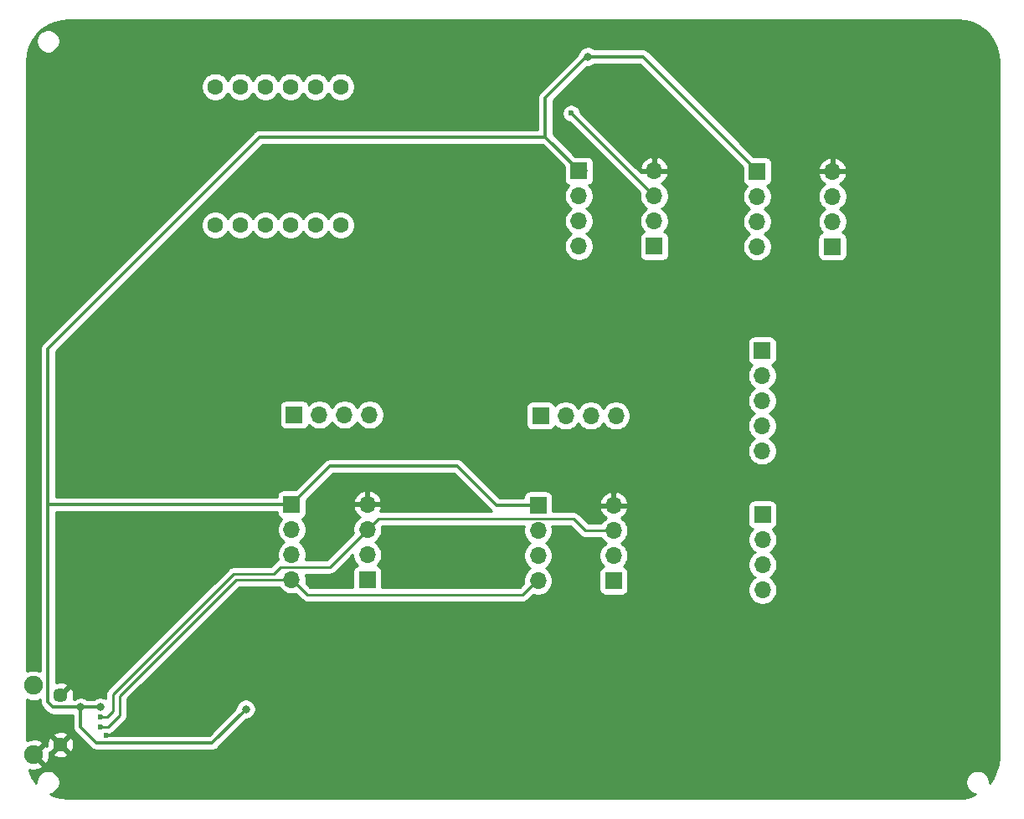
<source format=gbr>
%TF.GenerationSoftware,KiCad,Pcbnew,(5.1.9-0-10_14)*%
%TF.CreationDate,2021-03-10T21:41:09+01:00*%
%TF.ProjectId,MC5000_Board,4d433530-3030-45f4-926f-6172642e6b69,rev?*%
%TF.SameCoordinates,Original*%
%TF.FileFunction,Copper,L2,Bot*%
%TF.FilePolarity,Positive*%
%FSLAX46Y46*%
G04 Gerber Fmt 4.6, Leading zero omitted, Abs format (unit mm)*
G04 Created by KiCad (PCBNEW (5.1.9-0-10_14)) date 2021-03-10 21:41:09*
%MOMM*%
%LPD*%
G01*
G04 APERTURE LIST*
%TA.AperFunction,ComponentPad*%
%ADD10C,1.600000*%
%TD*%
%TA.AperFunction,ComponentPad*%
%ADD11O,1.700000X1.700000*%
%TD*%
%TA.AperFunction,ComponentPad*%
%ADD12R,1.700000X1.700000*%
%TD*%
%TA.AperFunction,ComponentPad*%
%ADD13C,1.900000*%
%TD*%
%TA.AperFunction,ComponentPad*%
%ADD14C,1.450000*%
%TD*%
%TA.AperFunction,ViaPad*%
%ADD15C,0.800000*%
%TD*%
%TA.AperFunction,ViaPad*%
%ADD16C,0.600000*%
%TD*%
%TA.AperFunction,Conductor*%
%ADD17C,0.300000*%
%TD*%
%TA.AperFunction,Conductor*%
%ADD18C,0.250000*%
%TD*%
%TA.AperFunction,Conductor*%
%ADD19C,0.254000*%
%TD*%
%TA.AperFunction,Conductor*%
%ADD20C,0.100000*%
%TD*%
G04 APERTURE END LIST*
D10*
%TO.P,DS1,6*%
%TO.N,N/C*%
X82600000Y-61600000D03*
%TO.P,DS1,5*%
%TO.N,Net-(DS1-Pad5)*%
X80060000Y-61600000D03*
%TO.P,DS1,4*%
%TO.N,Net-(DS1-Pad4)*%
X77520000Y-61600000D03*
%TO.P,DS1,3*%
%TO.N,Net-(DS1-Pad3)*%
X74980000Y-61600000D03*
%TO.P,DS1,2*%
%TO.N,Net-(DS1-Pad2)*%
X72440000Y-61600000D03*
%TO.P,DS1,1*%
%TO.N,Net-(DS1-Pad1)*%
X69900000Y-61600000D03*
%TO.P,DS1,7*%
%TO.N,Net-(DS1-Pad7)*%
X82600000Y-47600000D03*
%TO.P,DS1,8*%
%TO.N,Net-(DS1-Pad8)*%
X80060000Y-47600000D03*
%TO.P,DS1,9*%
%TO.N,Net-(DS1-Pad9)*%
X77520000Y-47600000D03*
%TO.P,DS1,10*%
%TO.N,Net-(DS1-Pad10)*%
X74980000Y-47600000D03*
%TO.P,DS1,11*%
%TO.N,Net-(DS1-Pad11)*%
X72440000Y-47600000D03*
%TO.P,DS1,12*%
%TO.N,Net-(DS1-Pad12)*%
X69900000Y-47600000D03*
%TD*%
D11*
%TO.P,J25,5*%
%TO.N,LED_GREEN*%
X125200000Y-84460000D03*
%TO.P,J25,4*%
%TO.N,LED_YELLOW*%
X125200000Y-81920000D03*
%TO.P,J25,3*%
%TO.N,LED_RED*%
X125200000Y-79380000D03*
%TO.P,J25,2*%
%TO.N,BUZZER*%
X125200000Y-76840000D03*
D12*
%TO.P,J25,1*%
%TO.N,DISPLAY*%
X125200000Y-74300000D03*
%TD*%
D11*
%TO.P,J24,4*%
%TO.N,LIGHT_SENSOR*%
X125250000Y-98520000D03*
%TO.P,J24,3*%
%TO.N,TEMP_SENSOR*%
X125250000Y-95980000D03*
%TO.P,J24,2*%
%TO.N,SWITCH_2*%
X125250000Y-93440000D03*
D12*
%TO.P,J24,1*%
%TO.N,SWITCH_1*%
X125250000Y-90900000D03*
%TD*%
D11*
%TO.P,J23,4*%
%TO.N,GND*%
X132310000Y-56160000D03*
%TO.P,J23,3*%
%TO.N,Net-(J23-Pad3)*%
X132310000Y-58700000D03*
%TO.P,J23,2*%
%TO.N,Net-(J23-Pad2)*%
X132310000Y-61240000D03*
D12*
%TO.P,J23,1*%
%TO.N,Net-(J23-Pad1)*%
X132310000Y-63780000D03*
%TD*%
D11*
%TO.P,J22,4*%
%TO.N,Net-(J22-Pad4)*%
X124700000Y-63780000D03*
%TO.P,J22,3*%
%TO.N,BUZZER*%
X124700000Y-61240000D03*
%TO.P,J22,2*%
%TO.N,Net-(J22-Pad2)*%
X124700000Y-58700000D03*
D12*
%TO.P,J22,1*%
%TO.N,VCC*%
X124700000Y-56160000D03*
%TD*%
D11*
%TO.P,J21,4*%
%TO.N,GND*%
X110200000Y-89980000D03*
%TO.P,J21,3*%
%TO.N,TXD*%
X110200000Y-92520000D03*
%TO.P,J21,2*%
%TO.N,Net-(J21-Pad2)*%
X110200000Y-95060000D03*
D12*
%TO.P,J21,1*%
%TO.N,Net-(J21-Pad1)*%
X110200000Y-97600000D03*
%TD*%
D11*
%TO.P,J20,4*%
%TO.N,Net-(C10-Pad2)*%
X110420000Y-80900000D03*
%TO.P,J20,3*%
%TO.N,Net-(C9-Pad2)*%
X107880000Y-80900000D03*
%TO.P,J20,2*%
%TO.N,Net-(J19-Pad2)*%
X105340000Y-80900000D03*
D12*
%TO.P,J20,1*%
%TO.N,Net-(J19-Pad3)*%
X102800000Y-80900000D03*
%TD*%
D11*
%TO.P,J19,4*%
%TO.N,RXD*%
X102550000Y-97590000D03*
%TO.P,J19,3*%
%TO.N,Net-(J19-Pad3)*%
X102550000Y-95050000D03*
%TO.P,J19,2*%
%TO.N,Net-(J19-Pad2)*%
X102550000Y-92510000D03*
D12*
%TO.P,J19,1*%
%TO.N,VCC*%
X102550000Y-89970000D03*
%TD*%
D11*
%TO.P,J18,4*%
%TO.N,GND*%
X85300000Y-89880000D03*
%TO.P,J18,3*%
%TO.N,TXD*%
X85300000Y-92420000D03*
%TO.P,J18,2*%
%TO.N,Net-(J18-Pad2)*%
X85300000Y-94960000D03*
D12*
%TO.P,J18,1*%
%TO.N,Net-(J18-Pad1)*%
X85300000Y-97500000D03*
%TD*%
D11*
%TO.P,J17,4*%
%TO.N,Net-(C7-Pad2)*%
X85520000Y-80800000D03*
%TO.P,J17,3*%
%TO.N,Net-(C6-Pad2)*%
X82980000Y-80800000D03*
%TO.P,J17,2*%
%TO.N,Net-(J16-Pad2)*%
X80440000Y-80800000D03*
D12*
%TO.P,J17,1*%
%TO.N,Net-(J16-Pad3)*%
X77900000Y-80800000D03*
%TD*%
D11*
%TO.P,J16,4*%
%TO.N,RXD*%
X77650000Y-97490000D03*
%TO.P,J16,3*%
%TO.N,Net-(J16-Pad3)*%
X77650000Y-94950000D03*
%TO.P,J16,2*%
%TO.N,Net-(J16-Pad2)*%
X77650000Y-92410000D03*
D12*
%TO.P,J16,1*%
%TO.N,VCC*%
X77650000Y-89870000D03*
%TD*%
D11*
%TO.P,J15,4*%
%TO.N,GND*%
X114300000Y-56120000D03*
%TO.P,J15,3*%
%TO.N,Net-(J15-Pad3)*%
X114300000Y-58660000D03*
%TO.P,J15,2*%
%TO.N,Net-(J15-Pad2)*%
X114300000Y-61200000D03*
D12*
%TO.P,J15,1*%
%TO.N,Net-(J15-Pad1)*%
X114300000Y-63740000D03*
%TD*%
D11*
%TO.P,J14,4*%
%TO.N,Net-(J14-Pad4)*%
X106680000Y-63740000D03*
%TO.P,J14,3*%
%TO.N,DISPLAY*%
X106680000Y-61200000D03*
%TO.P,J14,2*%
%TO.N,Net-(J14-Pad2)*%
X106680000Y-58660000D03*
D12*
%TO.P,J14,1*%
%TO.N,VCC*%
X106680000Y-56120000D03*
%TD*%
D13*
%TO.P,J1,6*%
%TO.N,GND*%
X51562500Y-115200000D03*
X51562500Y-108200000D03*
D14*
X54262500Y-114200000D03*
X54262500Y-109200000D03*
%TD*%
D15*
%TO.N,GND*%
X63400000Y-107800000D03*
X63600000Y-115100000D03*
X104200000Y-44900000D03*
X104200000Y-43800000D03*
D16*
X113550000Y-48700000D03*
X115950000Y-48800000D03*
X115950000Y-52400000D03*
X110742800Y-57480200D03*
X110742800Y-60230200D03*
X110742800Y-62930200D03*
X75400000Y-93700000D03*
X80600000Y-97600000D03*
X82200000Y-97600000D03*
X100300000Y-97600000D03*
X99100000Y-97600000D03*
X100300000Y-93700000D03*
X115200000Y-92400000D03*
X112000000Y-94600000D03*
X90300000Y-92800000D03*
X87100000Y-94600000D03*
X67600000Y-53300000D03*
X68800000Y-53300000D03*
X67700000Y-50400000D03*
X68800000Y-50400000D03*
X117900000Y-101150000D03*
X118850000Y-101150000D03*
X123750000Y-107150000D03*
X124550000Y-107150000D03*
X89400000Y-107850000D03*
X90300000Y-107850000D03*
X123700000Y-109000000D03*
X124550000Y-109000000D03*
X119100000Y-74550000D03*
X119050000Y-77100000D03*
X85000000Y-45000000D03*
X86000000Y-45000000D03*
X87000000Y-45000000D03*
X81000000Y-45000000D03*
X79000000Y-45000000D03*
X76000000Y-45000000D03*
X75000000Y-45000000D03*
X71000000Y-45000000D03*
X86000000Y-48000000D03*
X87000000Y-48000000D03*
X88000000Y-48000000D03*
X88000000Y-54000000D03*
X89000000Y-54000000D03*
X90000000Y-54000000D03*
X88000000Y-57000000D03*
X89000000Y-57000000D03*
X90000000Y-57000000D03*
X88000000Y-60000000D03*
X89000000Y-60000000D03*
X90000000Y-60000000D03*
X63400000Y-110100000D03*
X63400000Y-111700000D03*
X109580000Y-52130000D03*
X105240000Y-52190000D03*
X105240000Y-51370000D03*
X57800000Y-53170000D03*
X57810000Y-54110000D03*
X58860000Y-113210000D03*
D15*
%TO.N,VCC*%
X58300000Y-110400000D03*
X107600000Y-44550000D03*
X56300000Y-110400000D03*
X73000000Y-110600000D03*
D16*
%TO.N,RXD*%
X58300000Y-112400000D03*
%TO.N,TXD*%
X58300000Y-111400000D03*
%TO.N,Net-(J15-Pad3)*%
X105899994Y-50284199D03*
%TD*%
D17*
%TO.N,VCC*%
X102550000Y-89970000D02*
X98370000Y-89970000D01*
X98370000Y-89970000D02*
X94400000Y-86000000D01*
X81520000Y-86000000D02*
X77650000Y-89870000D01*
X94400000Y-86000000D02*
X81520000Y-86000000D01*
X124700000Y-56160000D02*
X124700000Y-56200000D01*
X56300000Y-110400000D02*
X58300000Y-110400000D01*
X56300000Y-110400000D02*
X56300000Y-112400000D01*
X56300000Y-112400000D02*
X57900000Y-114000000D01*
X57900000Y-114000000D02*
X69600000Y-114000000D01*
X69600000Y-114000000D02*
X73000000Y-110600000D01*
X53500000Y-110400000D02*
X56300000Y-110400000D01*
X53000000Y-109900000D02*
X53500000Y-110400000D01*
X77650000Y-89870000D02*
X53070000Y-89870000D01*
X53000000Y-89850000D02*
X53000000Y-109900000D01*
X74400000Y-52700000D02*
X53000000Y-74100000D01*
X103300000Y-52700000D02*
X74400000Y-52700000D01*
X53000000Y-74100000D02*
X53000000Y-89900000D01*
X106720000Y-56120000D02*
X103300000Y-52700000D01*
X107420000Y-56120000D02*
X106720000Y-56120000D01*
X107450000Y-44550000D02*
X107600000Y-44550000D01*
X103300000Y-48700000D02*
X107450000Y-44550000D01*
X103300000Y-52700000D02*
X103300000Y-48700000D01*
X124700000Y-56100000D02*
X124700000Y-56160000D01*
X113150000Y-44550000D02*
X124700000Y-56100000D01*
X107600000Y-44550000D02*
X113150000Y-44550000D01*
D18*
%TO.N,RXD*%
X102410000Y-97590000D02*
X102550000Y-97590000D01*
X79200000Y-99000000D02*
X101000000Y-99000000D01*
X101000000Y-99000000D02*
X102410000Y-97590000D01*
X77690000Y-97490000D02*
X79200000Y-99000000D01*
X77650000Y-97490000D02*
X77690000Y-97490000D01*
X60250000Y-109250000D02*
X60250000Y-111250000D01*
X72010000Y-97490000D02*
X60250000Y-109250000D01*
X59100000Y-112400000D02*
X58300000Y-112400000D01*
X60250000Y-111250000D02*
X59100000Y-112400000D01*
X72010000Y-97490000D02*
X77650000Y-97490000D01*
%TO.N,TXD*%
X110200000Y-92520000D02*
X107320000Y-92520000D01*
X86385001Y-91334999D02*
X85300000Y-92420000D01*
X106134999Y-91334999D02*
X86385001Y-91334999D01*
X107320000Y-92520000D02*
X106134999Y-91334999D01*
X81520000Y-96200000D02*
X85300000Y-92420000D01*
X76500000Y-96200000D02*
X81520000Y-96200000D01*
X75800000Y-96900000D02*
X76500000Y-96200000D01*
X59600000Y-109100000D02*
X71800000Y-96900000D01*
X59600000Y-110800000D02*
X59600000Y-109100000D01*
X59000000Y-111400000D02*
X59600000Y-110800000D01*
X58300000Y-111400000D02*
X59000000Y-111400000D01*
X71800000Y-96900000D02*
X75800000Y-96900000D01*
%TO.N,Net-(J15-Pad3)*%
X114260000Y-58660000D02*
X105899994Y-50299994D01*
X105899994Y-50299994D02*
X105899994Y-50284199D01*
%TD*%
D19*
%TO.N,GND*%
X145728081Y-40953497D02*
X146433147Y-41146381D01*
X147092916Y-41461075D01*
X147686527Y-41887628D01*
X148195221Y-42412559D01*
X148602920Y-43019279D01*
X148896734Y-43688605D01*
X149069011Y-44406191D01*
X149115000Y-45032447D01*
X149115001Y-115460579D01*
X149046503Y-116228082D01*
X148853619Y-116933147D01*
X148538926Y-117592914D01*
X148211000Y-118049271D01*
X148211000Y-117880727D01*
X148164462Y-117646764D01*
X148073175Y-117426376D01*
X147940646Y-117228032D01*
X147771968Y-117059354D01*
X147573624Y-116926825D01*
X147353236Y-116835538D01*
X147119273Y-116789000D01*
X146880727Y-116789000D01*
X146646764Y-116835538D01*
X146426376Y-116926825D01*
X146228032Y-117059354D01*
X146059354Y-117228032D01*
X145926825Y-117426376D01*
X145835538Y-117646764D01*
X145789000Y-117880727D01*
X145789000Y-118119273D01*
X145835538Y-118353236D01*
X145926825Y-118573624D01*
X146059354Y-118771968D01*
X146228032Y-118940646D01*
X146426376Y-119073175D01*
X146646764Y-119164462D01*
X146780103Y-119190985D01*
X146311395Y-119396734D01*
X145593810Y-119569011D01*
X144967554Y-119615000D01*
X55039409Y-119615000D01*
X54271918Y-119546503D01*
X53566853Y-119353619D01*
X53224122Y-119190144D01*
X53353236Y-119164462D01*
X53573624Y-119073175D01*
X53771968Y-118940646D01*
X53940646Y-118771968D01*
X54073175Y-118573624D01*
X54164462Y-118353236D01*
X54211000Y-118119273D01*
X54211000Y-117880727D01*
X54164462Y-117646764D01*
X54073175Y-117426376D01*
X53940646Y-117228032D01*
X53771968Y-117059354D01*
X53573624Y-116926825D01*
X53353236Y-116835538D01*
X53119273Y-116789000D01*
X52880727Y-116789000D01*
X52646764Y-116835538D01*
X52426376Y-116926825D01*
X52228032Y-117059354D01*
X52059354Y-117228032D01*
X51926825Y-117426376D01*
X51835538Y-117646764D01*
X51789000Y-117880727D01*
X51789000Y-118063960D01*
X51397081Y-117480723D01*
X51103266Y-116811395D01*
X51079436Y-116712136D01*
X51315373Y-116773379D01*
X51627073Y-116791359D01*
X51936291Y-116748184D01*
X52231144Y-116645513D01*
X52392921Y-116559042D01*
X52482647Y-116299752D01*
X51562500Y-115379605D01*
X51548358Y-115393748D01*
X51368753Y-115214143D01*
X51382895Y-115200000D01*
X51742105Y-115200000D01*
X52662252Y-116120147D01*
X52921542Y-116030421D01*
X53057435Y-115749329D01*
X53135879Y-115447127D01*
X53153645Y-115139133D01*
X53502972Y-115139133D01*
X53565465Y-115375450D01*
X53808178Y-115488850D01*
X54068349Y-115552719D01*
X54335982Y-115564604D01*
X54600791Y-115524048D01*
X54852600Y-115432609D01*
X54959535Y-115375450D01*
X55022028Y-115139133D01*
X54262500Y-114379605D01*
X53502972Y-115139133D01*
X53153645Y-115139133D01*
X53153859Y-115135427D01*
X53121858Y-114906240D01*
X53323367Y-114959528D01*
X54082895Y-114200000D01*
X54442105Y-114200000D01*
X55201633Y-114959528D01*
X55437950Y-114897035D01*
X55551350Y-114654322D01*
X55615219Y-114394151D01*
X55627104Y-114126518D01*
X55586548Y-113861709D01*
X55495109Y-113609900D01*
X55437950Y-113502965D01*
X55201633Y-113440472D01*
X54442105Y-114200000D01*
X54082895Y-114200000D01*
X53323367Y-113440472D01*
X53087050Y-113502965D01*
X52973650Y-113745678D01*
X52909781Y-114005849D01*
X52897896Y-114273482D01*
X52912114Y-114366316D01*
X52662252Y-114279853D01*
X51742105Y-115200000D01*
X51382895Y-115200000D01*
X51368753Y-115185858D01*
X51548358Y-115006253D01*
X51562500Y-115020395D01*
X52482647Y-114100248D01*
X52392921Y-113840958D01*
X52111829Y-113705065D01*
X51809627Y-113626621D01*
X51497927Y-113608641D01*
X51188709Y-113651816D01*
X50893856Y-113754487D01*
X50885000Y-113759221D01*
X50885000Y-113260867D01*
X53502972Y-113260867D01*
X54262500Y-114020395D01*
X55022028Y-113260867D01*
X54959535Y-113024550D01*
X54716822Y-112911150D01*
X54456651Y-112847281D01*
X54189018Y-112835396D01*
X53924209Y-112875952D01*
X53672400Y-112967391D01*
X53565465Y-113024550D01*
X53502972Y-113260867D01*
X50885000Y-113260867D01*
X50885000Y-109632971D01*
X51013171Y-109694935D01*
X51315373Y-109773379D01*
X51627073Y-109791359D01*
X51936291Y-109748184D01*
X52215001Y-109651134D01*
X52215001Y-109861437D01*
X52211203Y-109900000D01*
X52226359Y-110053886D01*
X52271246Y-110201859D01*
X52271247Y-110201860D01*
X52344139Y-110338233D01*
X52384690Y-110387644D01*
X52417655Y-110427812D01*
X52417659Y-110427816D01*
X52442237Y-110457764D01*
X52472186Y-110482343D01*
X52917649Y-110927805D01*
X52942236Y-110957764D01*
X53061767Y-111055862D01*
X53198140Y-111128754D01*
X53346113Y-111173642D01*
X53421026Y-111181020D01*
X53461439Y-111185000D01*
X53461444Y-111185000D01*
X53500000Y-111188797D01*
X53538556Y-111185000D01*
X55515000Y-111185000D01*
X55515001Y-112361437D01*
X55511203Y-112400000D01*
X55526359Y-112553886D01*
X55571246Y-112701859D01*
X55571247Y-112701860D01*
X55644139Y-112838233D01*
X55651565Y-112847281D01*
X55717655Y-112927812D01*
X55717659Y-112927816D01*
X55742237Y-112957764D01*
X55772185Y-112982342D01*
X57317653Y-114527810D01*
X57342236Y-114557764D01*
X57461767Y-114655862D01*
X57557993Y-114707295D01*
X57598140Y-114728754D01*
X57746113Y-114773642D01*
X57821026Y-114781020D01*
X57861439Y-114785000D01*
X57861444Y-114785000D01*
X57900000Y-114788797D01*
X57938556Y-114785000D01*
X69561447Y-114785000D01*
X69600000Y-114788797D01*
X69638553Y-114785000D01*
X69638561Y-114785000D01*
X69753887Y-114773641D01*
X69901860Y-114728754D01*
X70038233Y-114655862D01*
X70157764Y-114557764D01*
X70182347Y-114527810D01*
X73075158Y-111635000D01*
X73101939Y-111635000D01*
X73301898Y-111595226D01*
X73490256Y-111517205D01*
X73659774Y-111403937D01*
X73803937Y-111259774D01*
X73917205Y-111090256D01*
X73995226Y-110901898D01*
X74035000Y-110701939D01*
X74035000Y-110498061D01*
X73995226Y-110298102D01*
X73917205Y-110109744D01*
X73803937Y-109940226D01*
X73659774Y-109796063D01*
X73490256Y-109682795D01*
X73301898Y-109604774D01*
X73101939Y-109565000D01*
X72898061Y-109565000D01*
X72698102Y-109604774D01*
X72509744Y-109682795D01*
X72340226Y-109796063D01*
X72196063Y-109940226D01*
X72082795Y-110109744D01*
X72004774Y-110298102D01*
X71965000Y-110498061D01*
X71965000Y-110524842D01*
X69274843Y-113215000D01*
X58763222Y-113215000D01*
X58845535Y-113160000D01*
X59062678Y-113160000D01*
X59100000Y-113163676D01*
X59137322Y-113160000D01*
X59137333Y-113160000D01*
X59248986Y-113149003D01*
X59392247Y-113105546D01*
X59524276Y-113034974D01*
X59640001Y-112940001D01*
X59663804Y-112910997D01*
X60761003Y-111813799D01*
X60790001Y-111790001D01*
X60884974Y-111674276D01*
X60955546Y-111542247D01*
X60999003Y-111398986D01*
X61010000Y-111287333D01*
X61013677Y-111250000D01*
X61010000Y-111212667D01*
X61010000Y-109564801D01*
X72324803Y-98250000D01*
X76371822Y-98250000D01*
X76496525Y-98436632D01*
X76703368Y-98643475D01*
X76946589Y-98805990D01*
X77216842Y-98917932D01*
X77503740Y-98975000D01*
X77796260Y-98975000D01*
X78049771Y-98924573D01*
X78636205Y-99511008D01*
X78659999Y-99540001D01*
X78688992Y-99563795D01*
X78688996Y-99563799D01*
X78759685Y-99621811D01*
X78775724Y-99634974D01*
X78907753Y-99705546D01*
X79051014Y-99749003D01*
X79162667Y-99760000D01*
X79162676Y-99760000D01*
X79199999Y-99763676D01*
X79237322Y-99760000D01*
X100962678Y-99760000D01*
X101000000Y-99763676D01*
X101037322Y-99760000D01*
X101037333Y-99760000D01*
X101148986Y-99749003D01*
X101292247Y-99705546D01*
X101424276Y-99634974D01*
X101540001Y-99540001D01*
X101563804Y-99510997D01*
X102074435Y-99000366D01*
X102116842Y-99017932D01*
X102403740Y-99075000D01*
X102696260Y-99075000D01*
X102983158Y-99017932D01*
X103253411Y-98905990D01*
X103496632Y-98743475D01*
X103703475Y-98536632D01*
X103865990Y-98293411D01*
X103977932Y-98023158D01*
X104035000Y-97736260D01*
X104035000Y-97443740D01*
X103977932Y-97156842D01*
X103865990Y-96886589D01*
X103703475Y-96643368D01*
X103496632Y-96436525D01*
X103322240Y-96320000D01*
X103496632Y-96203475D01*
X103703475Y-95996632D01*
X103865990Y-95753411D01*
X103977932Y-95483158D01*
X104035000Y-95196260D01*
X104035000Y-94903740D01*
X103977932Y-94616842D01*
X103865990Y-94346589D01*
X103703475Y-94103368D01*
X103496632Y-93896525D01*
X103322240Y-93780000D01*
X103496632Y-93663475D01*
X103703475Y-93456632D01*
X103865990Y-93213411D01*
X103977932Y-92943158D01*
X104035000Y-92656260D01*
X104035000Y-92363740D01*
X103981544Y-92094999D01*
X105820198Y-92094999D01*
X106756205Y-93031008D01*
X106779999Y-93060001D01*
X106808992Y-93083795D01*
X106808996Y-93083799D01*
X106845079Y-93113411D01*
X106895724Y-93154974D01*
X107027753Y-93225546D01*
X107171014Y-93269003D01*
X107282667Y-93280000D01*
X107282676Y-93280000D01*
X107319999Y-93283676D01*
X107357322Y-93280000D01*
X108921822Y-93280000D01*
X109046525Y-93466632D01*
X109253368Y-93673475D01*
X109427760Y-93790000D01*
X109253368Y-93906525D01*
X109046525Y-94113368D01*
X108884010Y-94356589D01*
X108772068Y-94626842D01*
X108715000Y-94913740D01*
X108715000Y-95206260D01*
X108772068Y-95493158D01*
X108884010Y-95763411D01*
X109046525Y-96006632D01*
X109178380Y-96138487D01*
X109105820Y-96160498D01*
X108995506Y-96219463D01*
X108898815Y-96298815D01*
X108819463Y-96395506D01*
X108760498Y-96505820D01*
X108724188Y-96625518D01*
X108711928Y-96750000D01*
X108711928Y-98450000D01*
X108724188Y-98574482D01*
X108760498Y-98694180D01*
X108819463Y-98804494D01*
X108898815Y-98901185D01*
X108995506Y-98980537D01*
X109105820Y-99039502D01*
X109225518Y-99075812D01*
X109350000Y-99088072D01*
X111050000Y-99088072D01*
X111174482Y-99075812D01*
X111294180Y-99039502D01*
X111404494Y-98980537D01*
X111501185Y-98901185D01*
X111580537Y-98804494D01*
X111639502Y-98694180D01*
X111675812Y-98574482D01*
X111688072Y-98450000D01*
X111688072Y-96750000D01*
X111675812Y-96625518D01*
X111639502Y-96505820D01*
X111580537Y-96395506D01*
X111501185Y-96298815D01*
X111404494Y-96219463D01*
X111294180Y-96160498D01*
X111221620Y-96138487D01*
X111353475Y-96006632D01*
X111515990Y-95763411D01*
X111627932Y-95493158D01*
X111685000Y-95206260D01*
X111685000Y-94913740D01*
X111627932Y-94626842D01*
X111515990Y-94356589D01*
X111353475Y-94113368D01*
X111146632Y-93906525D01*
X110972240Y-93790000D01*
X111146632Y-93673475D01*
X111353475Y-93466632D01*
X111515990Y-93223411D01*
X111627932Y-92953158D01*
X111685000Y-92666260D01*
X111685000Y-92373740D01*
X111627932Y-92086842D01*
X111515990Y-91816589D01*
X111353475Y-91573368D01*
X111146632Y-91366525D01*
X110964466Y-91244805D01*
X111081355Y-91175178D01*
X111297588Y-90980269D01*
X111471641Y-90746920D01*
X111596825Y-90484099D01*
X111641476Y-90336890D01*
X111520155Y-90107000D01*
X110327000Y-90107000D01*
X110327000Y-90127000D01*
X110073000Y-90127000D01*
X110073000Y-90107000D01*
X108879845Y-90107000D01*
X108758524Y-90336890D01*
X108803175Y-90484099D01*
X108928359Y-90746920D01*
X109102412Y-90980269D01*
X109318645Y-91175178D01*
X109435534Y-91244805D01*
X109253368Y-91366525D01*
X109046525Y-91573368D01*
X108921822Y-91760000D01*
X107634803Y-91760000D01*
X106698802Y-90824001D01*
X106675000Y-90794998D01*
X106559275Y-90700025D01*
X106427246Y-90629453D01*
X106283985Y-90585996D01*
X106172332Y-90574999D01*
X106172321Y-90574999D01*
X106134999Y-90571323D01*
X106097677Y-90574999D01*
X104038072Y-90574999D01*
X104038072Y-90050000D01*
X123761928Y-90050000D01*
X123761928Y-91750000D01*
X123774188Y-91874482D01*
X123810498Y-91994180D01*
X123869463Y-92104494D01*
X123948815Y-92201185D01*
X124045506Y-92280537D01*
X124155820Y-92339502D01*
X124228380Y-92361513D01*
X124096525Y-92493368D01*
X123934010Y-92736589D01*
X123822068Y-93006842D01*
X123765000Y-93293740D01*
X123765000Y-93586260D01*
X123822068Y-93873158D01*
X123934010Y-94143411D01*
X124096525Y-94386632D01*
X124303368Y-94593475D01*
X124477760Y-94710000D01*
X124303368Y-94826525D01*
X124096525Y-95033368D01*
X123934010Y-95276589D01*
X123822068Y-95546842D01*
X123765000Y-95833740D01*
X123765000Y-96126260D01*
X123822068Y-96413158D01*
X123934010Y-96683411D01*
X124096525Y-96926632D01*
X124303368Y-97133475D01*
X124477760Y-97250000D01*
X124303368Y-97366525D01*
X124096525Y-97573368D01*
X123934010Y-97816589D01*
X123822068Y-98086842D01*
X123765000Y-98373740D01*
X123765000Y-98666260D01*
X123822068Y-98953158D01*
X123934010Y-99223411D01*
X124096525Y-99466632D01*
X124303368Y-99673475D01*
X124546589Y-99835990D01*
X124816842Y-99947932D01*
X125103740Y-100005000D01*
X125396260Y-100005000D01*
X125683158Y-99947932D01*
X125953411Y-99835990D01*
X126196632Y-99673475D01*
X126403475Y-99466632D01*
X126565990Y-99223411D01*
X126677932Y-98953158D01*
X126735000Y-98666260D01*
X126735000Y-98373740D01*
X126677932Y-98086842D01*
X126565990Y-97816589D01*
X126403475Y-97573368D01*
X126196632Y-97366525D01*
X126022240Y-97250000D01*
X126196632Y-97133475D01*
X126403475Y-96926632D01*
X126565990Y-96683411D01*
X126677932Y-96413158D01*
X126735000Y-96126260D01*
X126735000Y-95833740D01*
X126677932Y-95546842D01*
X126565990Y-95276589D01*
X126403475Y-95033368D01*
X126196632Y-94826525D01*
X126022240Y-94710000D01*
X126196632Y-94593475D01*
X126403475Y-94386632D01*
X126565990Y-94143411D01*
X126677932Y-93873158D01*
X126735000Y-93586260D01*
X126735000Y-93293740D01*
X126677932Y-93006842D01*
X126565990Y-92736589D01*
X126403475Y-92493368D01*
X126271620Y-92361513D01*
X126344180Y-92339502D01*
X126454494Y-92280537D01*
X126551185Y-92201185D01*
X126630537Y-92104494D01*
X126689502Y-91994180D01*
X126725812Y-91874482D01*
X126738072Y-91750000D01*
X126738072Y-90050000D01*
X126725812Y-89925518D01*
X126689502Y-89805820D01*
X126630537Y-89695506D01*
X126551185Y-89598815D01*
X126454494Y-89519463D01*
X126344180Y-89460498D01*
X126224482Y-89424188D01*
X126100000Y-89411928D01*
X124400000Y-89411928D01*
X124275518Y-89424188D01*
X124155820Y-89460498D01*
X124045506Y-89519463D01*
X123948815Y-89598815D01*
X123869463Y-89695506D01*
X123810498Y-89805820D01*
X123774188Y-89925518D01*
X123761928Y-90050000D01*
X104038072Y-90050000D01*
X104038072Y-89623110D01*
X108758524Y-89623110D01*
X108879845Y-89853000D01*
X110073000Y-89853000D01*
X110073000Y-88659186D01*
X110327000Y-88659186D01*
X110327000Y-89853000D01*
X111520155Y-89853000D01*
X111641476Y-89623110D01*
X111596825Y-89475901D01*
X111471641Y-89213080D01*
X111297588Y-88979731D01*
X111081355Y-88784822D01*
X110831252Y-88635843D01*
X110556891Y-88538519D01*
X110327000Y-88659186D01*
X110073000Y-88659186D01*
X109843109Y-88538519D01*
X109568748Y-88635843D01*
X109318645Y-88784822D01*
X109102412Y-88979731D01*
X108928359Y-89213080D01*
X108803175Y-89475901D01*
X108758524Y-89623110D01*
X104038072Y-89623110D01*
X104038072Y-89120000D01*
X104025812Y-88995518D01*
X103989502Y-88875820D01*
X103930537Y-88765506D01*
X103851185Y-88668815D01*
X103754494Y-88589463D01*
X103644180Y-88530498D01*
X103524482Y-88494188D01*
X103400000Y-88481928D01*
X101700000Y-88481928D01*
X101575518Y-88494188D01*
X101455820Y-88530498D01*
X101345506Y-88589463D01*
X101248815Y-88668815D01*
X101169463Y-88765506D01*
X101110498Y-88875820D01*
X101074188Y-88995518D01*
X101061928Y-89120000D01*
X101061928Y-89185000D01*
X98695157Y-89185000D01*
X94982347Y-85472190D01*
X94957764Y-85442236D01*
X94838233Y-85344138D01*
X94701860Y-85271246D01*
X94553887Y-85226359D01*
X94438561Y-85215000D01*
X94438553Y-85215000D01*
X94400000Y-85211203D01*
X94361447Y-85215000D01*
X81558552Y-85215000D01*
X81519999Y-85211203D01*
X81481446Y-85215000D01*
X81481439Y-85215000D01*
X81380490Y-85224943D01*
X81366112Y-85226359D01*
X81331672Y-85236806D01*
X81218140Y-85271246D01*
X81081767Y-85344138D01*
X81009753Y-85403239D01*
X80992187Y-85417655D01*
X80992184Y-85417658D01*
X80962236Y-85442236D01*
X80937658Y-85472184D01*
X78027915Y-88381928D01*
X76800000Y-88381928D01*
X76675518Y-88394188D01*
X76555820Y-88430498D01*
X76445506Y-88489463D01*
X76348815Y-88568815D01*
X76269463Y-88665506D01*
X76210498Y-88775820D01*
X76174188Y-88895518D01*
X76161928Y-89020000D01*
X76161928Y-89085000D01*
X53785000Y-89085000D01*
X53785000Y-79950000D01*
X76411928Y-79950000D01*
X76411928Y-81650000D01*
X76424188Y-81774482D01*
X76460498Y-81894180D01*
X76519463Y-82004494D01*
X76598815Y-82101185D01*
X76695506Y-82180537D01*
X76805820Y-82239502D01*
X76925518Y-82275812D01*
X77050000Y-82288072D01*
X78750000Y-82288072D01*
X78874482Y-82275812D01*
X78994180Y-82239502D01*
X79104494Y-82180537D01*
X79201185Y-82101185D01*
X79280537Y-82004494D01*
X79339502Y-81894180D01*
X79361513Y-81821620D01*
X79493368Y-81953475D01*
X79736589Y-82115990D01*
X80006842Y-82227932D01*
X80293740Y-82285000D01*
X80586260Y-82285000D01*
X80873158Y-82227932D01*
X81143411Y-82115990D01*
X81386632Y-81953475D01*
X81593475Y-81746632D01*
X81710000Y-81572240D01*
X81826525Y-81746632D01*
X82033368Y-81953475D01*
X82276589Y-82115990D01*
X82546842Y-82227932D01*
X82833740Y-82285000D01*
X83126260Y-82285000D01*
X83413158Y-82227932D01*
X83683411Y-82115990D01*
X83926632Y-81953475D01*
X84133475Y-81746632D01*
X84250000Y-81572240D01*
X84366525Y-81746632D01*
X84573368Y-81953475D01*
X84816589Y-82115990D01*
X85086842Y-82227932D01*
X85373740Y-82285000D01*
X85666260Y-82285000D01*
X85953158Y-82227932D01*
X86223411Y-82115990D01*
X86466632Y-81953475D01*
X86673475Y-81746632D01*
X86835990Y-81503411D01*
X86947932Y-81233158D01*
X87005000Y-80946260D01*
X87005000Y-80653740D01*
X86947932Y-80366842D01*
X86835990Y-80096589D01*
X86804861Y-80050000D01*
X101311928Y-80050000D01*
X101311928Y-81750000D01*
X101324188Y-81874482D01*
X101360498Y-81994180D01*
X101419463Y-82104494D01*
X101498815Y-82201185D01*
X101595506Y-82280537D01*
X101705820Y-82339502D01*
X101825518Y-82375812D01*
X101950000Y-82388072D01*
X103650000Y-82388072D01*
X103774482Y-82375812D01*
X103894180Y-82339502D01*
X104004494Y-82280537D01*
X104101185Y-82201185D01*
X104180537Y-82104494D01*
X104239502Y-81994180D01*
X104261513Y-81921620D01*
X104393368Y-82053475D01*
X104636589Y-82215990D01*
X104906842Y-82327932D01*
X105193740Y-82385000D01*
X105486260Y-82385000D01*
X105773158Y-82327932D01*
X106043411Y-82215990D01*
X106286632Y-82053475D01*
X106493475Y-81846632D01*
X106610000Y-81672240D01*
X106726525Y-81846632D01*
X106933368Y-82053475D01*
X107176589Y-82215990D01*
X107446842Y-82327932D01*
X107733740Y-82385000D01*
X108026260Y-82385000D01*
X108313158Y-82327932D01*
X108583411Y-82215990D01*
X108826632Y-82053475D01*
X109033475Y-81846632D01*
X109150000Y-81672240D01*
X109266525Y-81846632D01*
X109473368Y-82053475D01*
X109716589Y-82215990D01*
X109986842Y-82327932D01*
X110273740Y-82385000D01*
X110566260Y-82385000D01*
X110853158Y-82327932D01*
X111123411Y-82215990D01*
X111366632Y-82053475D01*
X111573475Y-81846632D01*
X111735990Y-81603411D01*
X111847932Y-81333158D01*
X111905000Y-81046260D01*
X111905000Y-80753740D01*
X111847932Y-80466842D01*
X111735990Y-80196589D01*
X111573475Y-79953368D01*
X111366632Y-79746525D01*
X111123411Y-79584010D01*
X110853158Y-79472068D01*
X110566260Y-79415000D01*
X110273740Y-79415000D01*
X109986842Y-79472068D01*
X109716589Y-79584010D01*
X109473368Y-79746525D01*
X109266525Y-79953368D01*
X109150000Y-80127760D01*
X109033475Y-79953368D01*
X108826632Y-79746525D01*
X108583411Y-79584010D01*
X108313158Y-79472068D01*
X108026260Y-79415000D01*
X107733740Y-79415000D01*
X107446842Y-79472068D01*
X107176589Y-79584010D01*
X106933368Y-79746525D01*
X106726525Y-79953368D01*
X106610000Y-80127760D01*
X106493475Y-79953368D01*
X106286632Y-79746525D01*
X106043411Y-79584010D01*
X105773158Y-79472068D01*
X105486260Y-79415000D01*
X105193740Y-79415000D01*
X104906842Y-79472068D01*
X104636589Y-79584010D01*
X104393368Y-79746525D01*
X104261513Y-79878380D01*
X104239502Y-79805820D01*
X104180537Y-79695506D01*
X104101185Y-79598815D01*
X104004494Y-79519463D01*
X103894180Y-79460498D01*
X103774482Y-79424188D01*
X103650000Y-79411928D01*
X101950000Y-79411928D01*
X101825518Y-79424188D01*
X101705820Y-79460498D01*
X101595506Y-79519463D01*
X101498815Y-79598815D01*
X101419463Y-79695506D01*
X101360498Y-79805820D01*
X101324188Y-79925518D01*
X101311928Y-80050000D01*
X86804861Y-80050000D01*
X86673475Y-79853368D01*
X86466632Y-79646525D01*
X86223411Y-79484010D01*
X85953158Y-79372068D01*
X85666260Y-79315000D01*
X85373740Y-79315000D01*
X85086842Y-79372068D01*
X84816589Y-79484010D01*
X84573368Y-79646525D01*
X84366525Y-79853368D01*
X84250000Y-80027760D01*
X84133475Y-79853368D01*
X83926632Y-79646525D01*
X83683411Y-79484010D01*
X83413158Y-79372068D01*
X83126260Y-79315000D01*
X82833740Y-79315000D01*
X82546842Y-79372068D01*
X82276589Y-79484010D01*
X82033368Y-79646525D01*
X81826525Y-79853368D01*
X81710000Y-80027760D01*
X81593475Y-79853368D01*
X81386632Y-79646525D01*
X81143411Y-79484010D01*
X80873158Y-79372068D01*
X80586260Y-79315000D01*
X80293740Y-79315000D01*
X80006842Y-79372068D01*
X79736589Y-79484010D01*
X79493368Y-79646525D01*
X79361513Y-79778380D01*
X79339502Y-79705820D01*
X79280537Y-79595506D01*
X79201185Y-79498815D01*
X79104494Y-79419463D01*
X78994180Y-79360498D01*
X78874482Y-79324188D01*
X78750000Y-79311928D01*
X77050000Y-79311928D01*
X76925518Y-79324188D01*
X76805820Y-79360498D01*
X76695506Y-79419463D01*
X76598815Y-79498815D01*
X76519463Y-79595506D01*
X76460498Y-79705820D01*
X76424188Y-79825518D01*
X76411928Y-79950000D01*
X53785000Y-79950000D01*
X53785000Y-74425157D01*
X54760157Y-73450000D01*
X123711928Y-73450000D01*
X123711928Y-75150000D01*
X123724188Y-75274482D01*
X123760498Y-75394180D01*
X123819463Y-75504494D01*
X123898815Y-75601185D01*
X123995506Y-75680537D01*
X124105820Y-75739502D01*
X124178380Y-75761513D01*
X124046525Y-75893368D01*
X123884010Y-76136589D01*
X123772068Y-76406842D01*
X123715000Y-76693740D01*
X123715000Y-76986260D01*
X123772068Y-77273158D01*
X123884010Y-77543411D01*
X124046525Y-77786632D01*
X124253368Y-77993475D01*
X124427760Y-78110000D01*
X124253368Y-78226525D01*
X124046525Y-78433368D01*
X123884010Y-78676589D01*
X123772068Y-78946842D01*
X123715000Y-79233740D01*
X123715000Y-79526260D01*
X123772068Y-79813158D01*
X123884010Y-80083411D01*
X124046525Y-80326632D01*
X124253368Y-80533475D01*
X124427760Y-80650000D01*
X124253368Y-80766525D01*
X124046525Y-80973368D01*
X123884010Y-81216589D01*
X123772068Y-81486842D01*
X123715000Y-81773740D01*
X123715000Y-82066260D01*
X123772068Y-82353158D01*
X123884010Y-82623411D01*
X124046525Y-82866632D01*
X124253368Y-83073475D01*
X124427760Y-83190000D01*
X124253368Y-83306525D01*
X124046525Y-83513368D01*
X123884010Y-83756589D01*
X123772068Y-84026842D01*
X123715000Y-84313740D01*
X123715000Y-84606260D01*
X123772068Y-84893158D01*
X123884010Y-85163411D01*
X124046525Y-85406632D01*
X124253368Y-85613475D01*
X124496589Y-85775990D01*
X124766842Y-85887932D01*
X125053740Y-85945000D01*
X125346260Y-85945000D01*
X125633158Y-85887932D01*
X125903411Y-85775990D01*
X126146632Y-85613475D01*
X126353475Y-85406632D01*
X126515990Y-85163411D01*
X126627932Y-84893158D01*
X126685000Y-84606260D01*
X126685000Y-84313740D01*
X126627932Y-84026842D01*
X126515990Y-83756589D01*
X126353475Y-83513368D01*
X126146632Y-83306525D01*
X125972240Y-83190000D01*
X126146632Y-83073475D01*
X126353475Y-82866632D01*
X126515990Y-82623411D01*
X126627932Y-82353158D01*
X126685000Y-82066260D01*
X126685000Y-81773740D01*
X126627932Y-81486842D01*
X126515990Y-81216589D01*
X126353475Y-80973368D01*
X126146632Y-80766525D01*
X125972240Y-80650000D01*
X126146632Y-80533475D01*
X126353475Y-80326632D01*
X126515990Y-80083411D01*
X126627932Y-79813158D01*
X126685000Y-79526260D01*
X126685000Y-79233740D01*
X126627932Y-78946842D01*
X126515990Y-78676589D01*
X126353475Y-78433368D01*
X126146632Y-78226525D01*
X125972240Y-78110000D01*
X126146632Y-77993475D01*
X126353475Y-77786632D01*
X126515990Y-77543411D01*
X126627932Y-77273158D01*
X126685000Y-76986260D01*
X126685000Y-76693740D01*
X126627932Y-76406842D01*
X126515990Y-76136589D01*
X126353475Y-75893368D01*
X126221620Y-75761513D01*
X126294180Y-75739502D01*
X126404494Y-75680537D01*
X126501185Y-75601185D01*
X126580537Y-75504494D01*
X126639502Y-75394180D01*
X126675812Y-75274482D01*
X126688072Y-75150000D01*
X126688072Y-73450000D01*
X126675812Y-73325518D01*
X126639502Y-73205820D01*
X126580537Y-73095506D01*
X126501185Y-72998815D01*
X126404494Y-72919463D01*
X126294180Y-72860498D01*
X126174482Y-72824188D01*
X126050000Y-72811928D01*
X124350000Y-72811928D01*
X124225518Y-72824188D01*
X124105820Y-72860498D01*
X123995506Y-72919463D01*
X123898815Y-72998815D01*
X123819463Y-73095506D01*
X123760498Y-73205820D01*
X123724188Y-73325518D01*
X123711928Y-73450000D01*
X54760157Y-73450000D01*
X66751492Y-61458665D01*
X68465000Y-61458665D01*
X68465000Y-61741335D01*
X68520147Y-62018574D01*
X68628320Y-62279727D01*
X68785363Y-62514759D01*
X68985241Y-62714637D01*
X69220273Y-62871680D01*
X69481426Y-62979853D01*
X69758665Y-63035000D01*
X70041335Y-63035000D01*
X70318574Y-62979853D01*
X70579727Y-62871680D01*
X70814759Y-62714637D01*
X71014637Y-62514759D01*
X71170000Y-62282241D01*
X71325363Y-62514759D01*
X71525241Y-62714637D01*
X71760273Y-62871680D01*
X72021426Y-62979853D01*
X72298665Y-63035000D01*
X72581335Y-63035000D01*
X72858574Y-62979853D01*
X73119727Y-62871680D01*
X73354759Y-62714637D01*
X73554637Y-62514759D01*
X73710000Y-62282241D01*
X73865363Y-62514759D01*
X74065241Y-62714637D01*
X74300273Y-62871680D01*
X74561426Y-62979853D01*
X74838665Y-63035000D01*
X75121335Y-63035000D01*
X75398574Y-62979853D01*
X75659727Y-62871680D01*
X75894759Y-62714637D01*
X76094637Y-62514759D01*
X76250000Y-62282241D01*
X76405363Y-62514759D01*
X76605241Y-62714637D01*
X76840273Y-62871680D01*
X77101426Y-62979853D01*
X77378665Y-63035000D01*
X77661335Y-63035000D01*
X77938574Y-62979853D01*
X78199727Y-62871680D01*
X78434759Y-62714637D01*
X78634637Y-62514759D01*
X78790000Y-62282241D01*
X78945363Y-62514759D01*
X79145241Y-62714637D01*
X79380273Y-62871680D01*
X79641426Y-62979853D01*
X79918665Y-63035000D01*
X80201335Y-63035000D01*
X80478574Y-62979853D01*
X80739727Y-62871680D01*
X80974759Y-62714637D01*
X81174637Y-62514759D01*
X81330000Y-62282241D01*
X81485363Y-62514759D01*
X81685241Y-62714637D01*
X81920273Y-62871680D01*
X82181426Y-62979853D01*
X82458665Y-63035000D01*
X82741335Y-63035000D01*
X83018574Y-62979853D01*
X83279727Y-62871680D01*
X83514759Y-62714637D01*
X83714637Y-62514759D01*
X83871680Y-62279727D01*
X83979853Y-62018574D01*
X84035000Y-61741335D01*
X84035000Y-61458665D01*
X83979853Y-61181426D01*
X83871680Y-60920273D01*
X83714637Y-60685241D01*
X83514759Y-60485363D01*
X83279727Y-60328320D01*
X83018574Y-60220147D01*
X82741335Y-60165000D01*
X82458665Y-60165000D01*
X82181426Y-60220147D01*
X81920273Y-60328320D01*
X81685241Y-60485363D01*
X81485363Y-60685241D01*
X81330000Y-60917759D01*
X81174637Y-60685241D01*
X80974759Y-60485363D01*
X80739727Y-60328320D01*
X80478574Y-60220147D01*
X80201335Y-60165000D01*
X79918665Y-60165000D01*
X79641426Y-60220147D01*
X79380273Y-60328320D01*
X79145241Y-60485363D01*
X78945363Y-60685241D01*
X78790000Y-60917759D01*
X78634637Y-60685241D01*
X78434759Y-60485363D01*
X78199727Y-60328320D01*
X77938574Y-60220147D01*
X77661335Y-60165000D01*
X77378665Y-60165000D01*
X77101426Y-60220147D01*
X76840273Y-60328320D01*
X76605241Y-60485363D01*
X76405363Y-60685241D01*
X76250000Y-60917759D01*
X76094637Y-60685241D01*
X75894759Y-60485363D01*
X75659727Y-60328320D01*
X75398574Y-60220147D01*
X75121335Y-60165000D01*
X74838665Y-60165000D01*
X74561426Y-60220147D01*
X74300273Y-60328320D01*
X74065241Y-60485363D01*
X73865363Y-60685241D01*
X73710000Y-60917759D01*
X73554637Y-60685241D01*
X73354759Y-60485363D01*
X73119727Y-60328320D01*
X72858574Y-60220147D01*
X72581335Y-60165000D01*
X72298665Y-60165000D01*
X72021426Y-60220147D01*
X71760273Y-60328320D01*
X71525241Y-60485363D01*
X71325363Y-60685241D01*
X71170000Y-60917759D01*
X71014637Y-60685241D01*
X70814759Y-60485363D01*
X70579727Y-60328320D01*
X70318574Y-60220147D01*
X70041335Y-60165000D01*
X69758665Y-60165000D01*
X69481426Y-60220147D01*
X69220273Y-60328320D01*
X68985241Y-60485363D01*
X68785363Y-60685241D01*
X68628320Y-60920273D01*
X68520147Y-61181426D01*
X68465000Y-61458665D01*
X66751492Y-61458665D01*
X74725158Y-53485000D01*
X102974843Y-53485000D01*
X105191928Y-55702086D01*
X105191928Y-56970000D01*
X105204188Y-57094482D01*
X105240498Y-57214180D01*
X105299463Y-57324494D01*
X105378815Y-57421185D01*
X105475506Y-57500537D01*
X105585820Y-57559502D01*
X105658380Y-57581513D01*
X105526525Y-57713368D01*
X105364010Y-57956589D01*
X105252068Y-58226842D01*
X105195000Y-58513740D01*
X105195000Y-58806260D01*
X105252068Y-59093158D01*
X105364010Y-59363411D01*
X105526525Y-59606632D01*
X105733368Y-59813475D01*
X105907760Y-59930000D01*
X105733368Y-60046525D01*
X105526525Y-60253368D01*
X105364010Y-60496589D01*
X105252068Y-60766842D01*
X105195000Y-61053740D01*
X105195000Y-61346260D01*
X105252068Y-61633158D01*
X105364010Y-61903411D01*
X105526525Y-62146632D01*
X105733368Y-62353475D01*
X105907760Y-62470000D01*
X105733368Y-62586525D01*
X105526525Y-62793368D01*
X105364010Y-63036589D01*
X105252068Y-63306842D01*
X105195000Y-63593740D01*
X105195000Y-63886260D01*
X105252068Y-64173158D01*
X105364010Y-64443411D01*
X105526525Y-64686632D01*
X105733368Y-64893475D01*
X105976589Y-65055990D01*
X106246842Y-65167932D01*
X106533740Y-65225000D01*
X106826260Y-65225000D01*
X107113158Y-65167932D01*
X107383411Y-65055990D01*
X107626632Y-64893475D01*
X107833475Y-64686632D01*
X107995990Y-64443411D01*
X108107932Y-64173158D01*
X108165000Y-63886260D01*
X108165000Y-63593740D01*
X108107932Y-63306842D01*
X107995990Y-63036589D01*
X107833475Y-62793368D01*
X107626632Y-62586525D01*
X107452240Y-62470000D01*
X107626632Y-62353475D01*
X107833475Y-62146632D01*
X107995990Y-61903411D01*
X108107932Y-61633158D01*
X108165000Y-61346260D01*
X108165000Y-61053740D01*
X108107932Y-60766842D01*
X107995990Y-60496589D01*
X107833475Y-60253368D01*
X107626632Y-60046525D01*
X107452240Y-59930000D01*
X107626632Y-59813475D01*
X107833475Y-59606632D01*
X107995990Y-59363411D01*
X108107932Y-59093158D01*
X108165000Y-58806260D01*
X108165000Y-58513740D01*
X108107932Y-58226842D01*
X107995990Y-57956589D01*
X107833475Y-57713368D01*
X107701620Y-57581513D01*
X107774180Y-57559502D01*
X107884494Y-57500537D01*
X107981185Y-57421185D01*
X108060537Y-57324494D01*
X108119502Y-57214180D01*
X108155812Y-57094482D01*
X108168072Y-56970000D01*
X108168072Y-56358177D01*
X108193641Y-56273887D01*
X108208798Y-56120000D01*
X108193641Y-55966113D01*
X108168072Y-55881823D01*
X108168072Y-55270000D01*
X108155812Y-55145518D01*
X108119502Y-55025820D01*
X108060537Y-54915506D01*
X107981185Y-54818815D01*
X107884494Y-54739463D01*
X107774180Y-54680498D01*
X107654482Y-54644188D01*
X107530000Y-54631928D01*
X106342086Y-54631928D01*
X104085000Y-52374843D01*
X104085000Y-50192110D01*
X104964994Y-50192110D01*
X104964994Y-50376288D01*
X105000926Y-50556928D01*
X105071408Y-50727088D01*
X105173732Y-50880227D01*
X105303966Y-51010461D01*
X105457105Y-51112785D01*
X105627265Y-51183267D01*
X105728629Y-51203430D01*
X112852154Y-58326956D01*
X112815000Y-58513740D01*
X112815000Y-58806260D01*
X112872068Y-59093158D01*
X112984010Y-59363411D01*
X113146525Y-59606632D01*
X113353368Y-59813475D01*
X113527760Y-59930000D01*
X113353368Y-60046525D01*
X113146525Y-60253368D01*
X112984010Y-60496589D01*
X112872068Y-60766842D01*
X112815000Y-61053740D01*
X112815000Y-61346260D01*
X112872068Y-61633158D01*
X112984010Y-61903411D01*
X113146525Y-62146632D01*
X113278380Y-62278487D01*
X113205820Y-62300498D01*
X113095506Y-62359463D01*
X112998815Y-62438815D01*
X112919463Y-62535506D01*
X112860498Y-62645820D01*
X112824188Y-62765518D01*
X112811928Y-62890000D01*
X112811928Y-64590000D01*
X112824188Y-64714482D01*
X112860498Y-64834180D01*
X112919463Y-64944494D01*
X112998815Y-65041185D01*
X113095506Y-65120537D01*
X113205820Y-65179502D01*
X113325518Y-65215812D01*
X113450000Y-65228072D01*
X115150000Y-65228072D01*
X115274482Y-65215812D01*
X115394180Y-65179502D01*
X115504494Y-65120537D01*
X115601185Y-65041185D01*
X115680537Y-64944494D01*
X115739502Y-64834180D01*
X115775812Y-64714482D01*
X115788072Y-64590000D01*
X115788072Y-62890000D01*
X115775812Y-62765518D01*
X115739502Y-62645820D01*
X115680537Y-62535506D01*
X115601185Y-62438815D01*
X115504494Y-62359463D01*
X115394180Y-62300498D01*
X115321620Y-62278487D01*
X115453475Y-62146632D01*
X115615990Y-61903411D01*
X115727932Y-61633158D01*
X115785000Y-61346260D01*
X115785000Y-61053740D01*
X115727932Y-60766842D01*
X115615990Y-60496589D01*
X115453475Y-60253368D01*
X115246632Y-60046525D01*
X115072240Y-59930000D01*
X115246632Y-59813475D01*
X115453475Y-59606632D01*
X115615990Y-59363411D01*
X115727932Y-59093158D01*
X115785000Y-58806260D01*
X115785000Y-58513740D01*
X115727932Y-58226842D01*
X115615990Y-57956589D01*
X115453475Y-57713368D01*
X115246632Y-57506525D01*
X115064466Y-57384805D01*
X115181355Y-57315178D01*
X115397588Y-57120269D01*
X115571641Y-56886920D01*
X115696825Y-56624099D01*
X115741476Y-56476890D01*
X115620155Y-56247000D01*
X114427000Y-56247000D01*
X114427000Y-56267000D01*
X114173000Y-56267000D01*
X114173000Y-56247000D01*
X112979845Y-56247000D01*
X112959795Y-56284993D01*
X112437912Y-55763110D01*
X112858524Y-55763110D01*
X112979845Y-55993000D01*
X114173000Y-55993000D01*
X114173000Y-54799186D01*
X114427000Y-54799186D01*
X114427000Y-55993000D01*
X115620155Y-55993000D01*
X115741476Y-55763110D01*
X115696825Y-55615901D01*
X115571641Y-55353080D01*
X115397588Y-55119731D01*
X115181355Y-54924822D01*
X114931252Y-54775843D01*
X114656891Y-54678519D01*
X114427000Y-54799186D01*
X114173000Y-54799186D01*
X113943109Y-54678519D01*
X113668748Y-54775843D01*
X113418645Y-54924822D01*
X113202412Y-55119731D01*
X113028359Y-55353080D01*
X112903175Y-55615901D01*
X112858524Y-55763110D01*
X112437912Y-55763110D01*
X106827069Y-50152268D01*
X106799062Y-50011470D01*
X106728580Y-49841310D01*
X106626256Y-49688171D01*
X106496022Y-49557937D01*
X106342883Y-49455613D01*
X106172723Y-49385131D01*
X105992083Y-49349199D01*
X105807905Y-49349199D01*
X105627265Y-49385131D01*
X105457105Y-49455613D01*
X105303966Y-49557937D01*
X105173732Y-49688171D01*
X105071408Y-49841310D01*
X105000926Y-50011470D01*
X104964994Y-50192110D01*
X104085000Y-50192110D01*
X104085000Y-49025157D01*
X107525158Y-45585000D01*
X107701939Y-45585000D01*
X107901898Y-45545226D01*
X108090256Y-45467205D01*
X108259774Y-45353937D01*
X108278711Y-45335000D01*
X112824843Y-45335000D01*
X123211928Y-55722085D01*
X123211928Y-57010000D01*
X123224188Y-57134482D01*
X123260498Y-57254180D01*
X123319463Y-57364494D01*
X123398815Y-57461185D01*
X123495506Y-57540537D01*
X123605820Y-57599502D01*
X123678380Y-57621513D01*
X123546525Y-57753368D01*
X123384010Y-57996589D01*
X123272068Y-58266842D01*
X123215000Y-58553740D01*
X123215000Y-58846260D01*
X123272068Y-59133158D01*
X123384010Y-59403411D01*
X123546525Y-59646632D01*
X123753368Y-59853475D01*
X123927760Y-59970000D01*
X123753368Y-60086525D01*
X123546525Y-60293368D01*
X123384010Y-60536589D01*
X123272068Y-60806842D01*
X123215000Y-61093740D01*
X123215000Y-61386260D01*
X123272068Y-61673158D01*
X123384010Y-61943411D01*
X123546525Y-62186632D01*
X123753368Y-62393475D01*
X123927760Y-62510000D01*
X123753368Y-62626525D01*
X123546525Y-62833368D01*
X123384010Y-63076589D01*
X123272068Y-63346842D01*
X123215000Y-63633740D01*
X123215000Y-63926260D01*
X123272068Y-64213158D01*
X123384010Y-64483411D01*
X123546525Y-64726632D01*
X123753368Y-64933475D01*
X123996589Y-65095990D01*
X124266842Y-65207932D01*
X124553740Y-65265000D01*
X124846260Y-65265000D01*
X125133158Y-65207932D01*
X125403411Y-65095990D01*
X125646632Y-64933475D01*
X125853475Y-64726632D01*
X126015990Y-64483411D01*
X126127932Y-64213158D01*
X126185000Y-63926260D01*
X126185000Y-63633740D01*
X126127932Y-63346842D01*
X126015990Y-63076589D01*
X125918043Y-62930000D01*
X130821928Y-62930000D01*
X130821928Y-64630000D01*
X130834188Y-64754482D01*
X130870498Y-64874180D01*
X130929463Y-64984494D01*
X131008815Y-65081185D01*
X131105506Y-65160537D01*
X131215820Y-65219502D01*
X131335518Y-65255812D01*
X131460000Y-65268072D01*
X133160000Y-65268072D01*
X133284482Y-65255812D01*
X133404180Y-65219502D01*
X133514494Y-65160537D01*
X133611185Y-65081185D01*
X133690537Y-64984494D01*
X133749502Y-64874180D01*
X133785812Y-64754482D01*
X133798072Y-64630000D01*
X133798072Y-62930000D01*
X133785812Y-62805518D01*
X133749502Y-62685820D01*
X133690537Y-62575506D01*
X133611185Y-62478815D01*
X133514494Y-62399463D01*
X133404180Y-62340498D01*
X133331620Y-62318487D01*
X133463475Y-62186632D01*
X133625990Y-61943411D01*
X133737932Y-61673158D01*
X133795000Y-61386260D01*
X133795000Y-61093740D01*
X133737932Y-60806842D01*
X133625990Y-60536589D01*
X133463475Y-60293368D01*
X133256632Y-60086525D01*
X133082240Y-59970000D01*
X133256632Y-59853475D01*
X133463475Y-59646632D01*
X133625990Y-59403411D01*
X133737932Y-59133158D01*
X133795000Y-58846260D01*
X133795000Y-58553740D01*
X133737932Y-58266842D01*
X133625990Y-57996589D01*
X133463475Y-57753368D01*
X133256632Y-57546525D01*
X133074466Y-57424805D01*
X133191355Y-57355178D01*
X133407588Y-57160269D01*
X133581641Y-56926920D01*
X133706825Y-56664099D01*
X133751476Y-56516890D01*
X133630155Y-56287000D01*
X132437000Y-56287000D01*
X132437000Y-56307000D01*
X132183000Y-56307000D01*
X132183000Y-56287000D01*
X130989845Y-56287000D01*
X130868524Y-56516890D01*
X130913175Y-56664099D01*
X131038359Y-56926920D01*
X131212412Y-57160269D01*
X131428645Y-57355178D01*
X131545534Y-57424805D01*
X131363368Y-57546525D01*
X131156525Y-57753368D01*
X130994010Y-57996589D01*
X130882068Y-58266842D01*
X130825000Y-58553740D01*
X130825000Y-58846260D01*
X130882068Y-59133158D01*
X130994010Y-59403411D01*
X131156525Y-59646632D01*
X131363368Y-59853475D01*
X131537760Y-59970000D01*
X131363368Y-60086525D01*
X131156525Y-60293368D01*
X130994010Y-60536589D01*
X130882068Y-60806842D01*
X130825000Y-61093740D01*
X130825000Y-61386260D01*
X130882068Y-61673158D01*
X130994010Y-61943411D01*
X131156525Y-62186632D01*
X131288380Y-62318487D01*
X131215820Y-62340498D01*
X131105506Y-62399463D01*
X131008815Y-62478815D01*
X130929463Y-62575506D01*
X130870498Y-62685820D01*
X130834188Y-62805518D01*
X130821928Y-62930000D01*
X125918043Y-62930000D01*
X125853475Y-62833368D01*
X125646632Y-62626525D01*
X125472240Y-62510000D01*
X125646632Y-62393475D01*
X125853475Y-62186632D01*
X126015990Y-61943411D01*
X126127932Y-61673158D01*
X126185000Y-61386260D01*
X126185000Y-61093740D01*
X126127932Y-60806842D01*
X126015990Y-60536589D01*
X125853475Y-60293368D01*
X125646632Y-60086525D01*
X125472240Y-59970000D01*
X125646632Y-59853475D01*
X125853475Y-59646632D01*
X126015990Y-59403411D01*
X126127932Y-59133158D01*
X126185000Y-58846260D01*
X126185000Y-58553740D01*
X126127932Y-58266842D01*
X126015990Y-57996589D01*
X125853475Y-57753368D01*
X125721620Y-57621513D01*
X125794180Y-57599502D01*
X125904494Y-57540537D01*
X126001185Y-57461185D01*
X126080537Y-57364494D01*
X126139502Y-57254180D01*
X126175812Y-57134482D01*
X126188072Y-57010000D01*
X126188072Y-55803110D01*
X130868524Y-55803110D01*
X130989845Y-56033000D01*
X132183000Y-56033000D01*
X132183000Y-54839186D01*
X132437000Y-54839186D01*
X132437000Y-56033000D01*
X133630155Y-56033000D01*
X133751476Y-55803110D01*
X133706825Y-55655901D01*
X133581641Y-55393080D01*
X133407588Y-55159731D01*
X133191355Y-54964822D01*
X132941252Y-54815843D01*
X132666891Y-54718519D01*
X132437000Y-54839186D01*
X132183000Y-54839186D01*
X131953109Y-54718519D01*
X131678748Y-54815843D01*
X131428645Y-54964822D01*
X131212412Y-55159731D01*
X131038359Y-55393080D01*
X130913175Y-55655901D01*
X130868524Y-55803110D01*
X126188072Y-55803110D01*
X126188072Y-55310000D01*
X126175812Y-55185518D01*
X126139502Y-55065820D01*
X126080537Y-54955506D01*
X126001185Y-54858815D01*
X125904494Y-54779463D01*
X125794180Y-54720498D01*
X125674482Y-54684188D01*
X125550000Y-54671928D01*
X124382085Y-54671928D01*
X113732347Y-44022190D01*
X113707764Y-43992236D01*
X113588233Y-43894138D01*
X113451860Y-43821246D01*
X113303887Y-43776359D01*
X113188561Y-43765000D01*
X113188553Y-43765000D01*
X113150000Y-43761203D01*
X113111447Y-43765000D01*
X108278711Y-43765000D01*
X108259774Y-43746063D01*
X108090256Y-43632795D01*
X107901898Y-43554774D01*
X107701939Y-43515000D01*
X107498061Y-43515000D01*
X107298102Y-43554774D01*
X107109744Y-43632795D01*
X106940226Y-43746063D01*
X106796063Y-43890226D01*
X106682795Y-44059744D01*
X106604774Y-44248102D01*
X106595595Y-44294247D01*
X102772185Y-48117658D01*
X102742237Y-48142236D01*
X102717659Y-48172184D01*
X102717655Y-48172188D01*
X102684690Y-48212356D01*
X102644139Y-48261767D01*
X102605177Y-48334660D01*
X102571246Y-48398141D01*
X102526359Y-48546114D01*
X102511203Y-48700000D01*
X102515001Y-48738563D01*
X102515000Y-51915000D01*
X74438552Y-51915000D01*
X74399999Y-51911203D01*
X74361446Y-51915000D01*
X74361439Y-51915000D01*
X74260490Y-51924943D01*
X74246112Y-51926359D01*
X74211672Y-51936806D01*
X74098140Y-51971246D01*
X73961767Y-52044138D01*
X73901559Y-52093550D01*
X73872187Y-52117655D01*
X73872184Y-52117658D01*
X73842236Y-52142236D01*
X73817658Y-52172184D01*
X52472190Y-73517653D01*
X52442236Y-73542236D01*
X52344138Y-73661768D01*
X52271246Y-73798141D01*
X52226359Y-73946114D01*
X52215000Y-74061440D01*
X52215000Y-74061447D01*
X52211203Y-74100000D01*
X52215000Y-74138553D01*
X52215001Y-89811430D01*
X52215000Y-89811440D01*
X52215001Y-106754943D01*
X52111829Y-106705065D01*
X51809627Y-106626621D01*
X51497927Y-106608641D01*
X51188709Y-106651816D01*
X50893856Y-106754487D01*
X50885000Y-106759221D01*
X50885000Y-47458665D01*
X68465000Y-47458665D01*
X68465000Y-47741335D01*
X68520147Y-48018574D01*
X68628320Y-48279727D01*
X68785363Y-48514759D01*
X68985241Y-48714637D01*
X69220273Y-48871680D01*
X69481426Y-48979853D01*
X69758665Y-49035000D01*
X70041335Y-49035000D01*
X70318574Y-48979853D01*
X70579727Y-48871680D01*
X70814759Y-48714637D01*
X71014637Y-48514759D01*
X71170000Y-48282241D01*
X71325363Y-48514759D01*
X71525241Y-48714637D01*
X71760273Y-48871680D01*
X72021426Y-48979853D01*
X72298665Y-49035000D01*
X72581335Y-49035000D01*
X72858574Y-48979853D01*
X73119727Y-48871680D01*
X73354759Y-48714637D01*
X73554637Y-48514759D01*
X73710000Y-48282241D01*
X73865363Y-48514759D01*
X74065241Y-48714637D01*
X74300273Y-48871680D01*
X74561426Y-48979853D01*
X74838665Y-49035000D01*
X75121335Y-49035000D01*
X75398574Y-48979853D01*
X75659727Y-48871680D01*
X75894759Y-48714637D01*
X76094637Y-48514759D01*
X76250000Y-48282241D01*
X76405363Y-48514759D01*
X76605241Y-48714637D01*
X76840273Y-48871680D01*
X77101426Y-48979853D01*
X77378665Y-49035000D01*
X77661335Y-49035000D01*
X77938574Y-48979853D01*
X78199727Y-48871680D01*
X78434759Y-48714637D01*
X78634637Y-48514759D01*
X78790000Y-48282241D01*
X78945363Y-48514759D01*
X79145241Y-48714637D01*
X79380273Y-48871680D01*
X79641426Y-48979853D01*
X79918665Y-49035000D01*
X80201335Y-49035000D01*
X80478574Y-48979853D01*
X80739727Y-48871680D01*
X80974759Y-48714637D01*
X81174637Y-48514759D01*
X81330000Y-48282241D01*
X81485363Y-48514759D01*
X81685241Y-48714637D01*
X81920273Y-48871680D01*
X82181426Y-48979853D01*
X82458665Y-49035000D01*
X82741335Y-49035000D01*
X83018574Y-48979853D01*
X83279727Y-48871680D01*
X83514759Y-48714637D01*
X83714637Y-48514759D01*
X83871680Y-48279727D01*
X83979853Y-48018574D01*
X84035000Y-47741335D01*
X84035000Y-47458665D01*
X83979853Y-47181426D01*
X83871680Y-46920273D01*
X83714637Y-46685241D01*
X83514759Y-46485363D01*
X83279727Y-46328320D01*
X83018574Y-46220147D01*
X82741335Y-46165000D01*
X82458665Y-46165000D01*
X82181426Y-46220147D01*
X81920273Y-46328320D01*
X81685241Y-46485363D01*
X81485363Y-46685241D01*
X81330000Y-46917759D01*
X81174637Y-46685241D01*
X80974759Y-46485363D01*
X80739727Y-46328320D01*
X80478574Y-46220147D01*
X80201335Y-46165000D01*
X79918665Y-46165000D01*
X79641426Y-46220147D01*
X79380273Y-46328320D01*
X79145241Y-46485363D01*
X78945363Y-46685241D01*
X78790000Y-46917759D01*
X78634637Y-46685241D01*
X78434759Y-46485363D01*
X78199727Y-46328320D01*
X77938574Y-46220147D01*
X77661335Y-46165000D01*
X77378665Y-46165000D01*
X77101426Y-46220147D01*
X76840273Y-46328320D01*
X76605241Y-46485363D01*
X76405363Y-46685241D01*
X76250000Y-46917759D01*
X76094637Y-46685241D01*
X75894759Y-46485363D01*
X75659727Y-46328320D01*
X75398574Y-46220147D01*
X75121335Y-46165000D01*
X74838665Y-46165000D01*
X74561426Y-46220147D01*
X74300273Y-46328320D01*
X74065241Y-46485363D01*
X73865363Y-46685241D01*
X73710000Y-46917759D01*
X73554637Y-46685241D01*
X73354759Y-46485363D01*
X73119727Y-46328320D01*
X72858574Y-46220147D01*
X72581335Y-46165000D01*
X72298665Y-46165000D01*
X72021426Y-46220147D01*
X71760273Y-46328320D01*
X71525241Y-46485363D01*
X71325363Y-46685241D01*
X71170000Y-46917759D01*
X71014637Y-46685241D01*
X70814759Y-46485363D01*
X70579727Y-46328320D01*
X70318574Y-46220147D01*
X70041335Y-46165000D01*
X69758665Y-46165000D01*
X69481426Y-46220147D01*
X69220273Y-46328320D01*
X68985241Y-46485363D01*
X68785363Y-46685241D01*
X68628320Y-46920273D01*
X68520147Y-47181426D01*
X68465000Y-47458665D01*
X50885000Y-47458665D01*
X50885000Y-45039410D01*
X50953497Y-44271919D01*
X51146381Y-43566853D01*
X51461075Y-42907084D01*
X51480014Y-42880727D01*
X51789000Y-42880727D01*
X51789000Y-43119273D01*
X51835538Y-43353236D01*
X51926825Y-43573624D01*
X52059354Y-43771968D01*
X52228032Y-43940646D01*
X52426376Y-44073175D01*
X52646764Y-44164462D01*
X52880727Y-44211000D01*
X53119273Y-44211000D01*
X53353236Y-44164462D01*
X53573624Y-44073175D01*
X53771968Y-43940646D01*
X53940646Y-43771968D01*
X54073175Y-43573624D01*
X54164462Y-43353236D01*
X54211000Y-43119273D01*
X54211000Y-42880727D01*
X54164462Y-42646764D01*
X54073175Y-42426376D01*
X53940646Y-42228032D01*
X53771968Y-42059354D01*
X53573624Y-41926825D01*
X53353236Y-41835538D01*
X53119273Y-41789000D01*
X52880727Y-41789000D01*
X52646764Y-41835538D01*
X52426376Y-41926825D01*
X52228032Y-42059354D01*
X52059354Y-42228032D01*
X51926825Y-42426376D01*
X51835538Y-42646764D01*
X51789000Y-42880727D01*
X51480014Y-42880727D01*
X51887628Y-42313473D01*
X52412559Y-41804779D01*
X53019279Y-41397080D01*
X53688605Y-41103266D01*
X54406191Y-40930989D01*
X55032447Y-40885000D01*
X144960590Y-40885000D01*
X145728081Y-40953497D01*
%TA.AperFunction,Conductor*%
D20*
G36*
X145728081Y-40953497D02*
G01*
X146433147Y-41146381D01*
X147092916Y-41461075D01*
X147686527Y-41887628D01*
X148195221Y-42412559D01*
X148602920Y-43019279D01*
X148896734Y-43688605D01*
X149069011Y-44406191D01*
X149115000Y-45032447D01*
X149115001Y-115460579D01*
X149046503Y-116228082D01*
X148853619Y-116933147D01*
X148538926Y-117592914D01*
X148211000Y-118049271D01*
X148211000Y-117880727D01*
X148164462Y-117646764D01*
X148073175Y-117426376D01*
X147940646Y-117228032D01*
X147771968Y-117059354D01*
X147573624Y-116926825D01*
X147353236Y-116835538D01*
X147119273Y-116789000D01*
X146880727Y-116789000D01*
X146646764Y-116835538D01*
X146426376Y-116926825D01*
X146228032Y-117059354D01*
X146059354Y-117228032D01*
X145926825Y-117426376D01*
X145835538Y-117646764D01*
X145789000Y-117880727D01*
X145789000Y-118119273D01*
X145835538Y-118353236D01*
X145926825Y-118573624D01*
X146059354Y-118771968D01*
X146228032Y-118940646D01*
X146426376Y-119073175D01*
X146646764Y-119164462D01*
X146780103Y-119190985D01*
X146311395Y-119396734D01*
X145593810Y-119569011D01*
X144967554Y-119615000D01*
X55039409Y-119615000D01*
X54271918Y-119546503D01*
X53566853Y-119353619D01*
X53224122Y-119190144D01*
X53353236Y-119164462D01*
X53573624Y-119073175D01*
X53771968Y-118940646D01*
X53940646Y-118771968D01*
X54073175Y-118573624D01*
X54164462Y-118353236D01*
X54211000Y-118119273D01*
X54211000Y-117880727D01*
X54164462Y-117646764D01*
X54073175Y-117426376D01*
X53940646Y-117228032D01*
X53771968Y-117059354D01*
X53573624Y-116926825D01*
X53353236Y-116835538D01*
X53119273Y-116789000D01*
X52880727Y-116789000D01*
X52646764Y-116835538D01*
X52426376Y-116926825D01*
X52228032Y-117059354D01*
X52059354Y-117228032D01*
X51926825Y-117426376D01*
X51835538Y-117646764D01*
X51789000Y-117880727D01*
X51789000Y-118063960D01*
X51397081Y-117480723D01*
X51103266Y-116811395D01*
X51079436Y-116712136D01*
X51315373Y-116773379D01*
X51627073Y-116791359D01*
X51936291Y-116748184D01*
X52231144Y-116645513D01*
X52392921Y-116559042D01*
X52482647Y-116299752D01*
X51562500Y-115379605D01*
X51548358Y-115393748D01*
X51368753Y-115214143D01*
X51382895Y-115200000D01*
X51742105Y-115200000D01*
X52662252Y-116120147D01*
X52921542Y-116030421D01*
X53057435Y-115749329D01*
X53135879Y-115447127D01*
X53153645Y-115139133D01*
X53502972Y-115139133D01*
X53565465Y-115375450D01*
X53808178Y-115488850D01*
X54068349Y-115552719D01*
X54335982Y-115564604D01*
X54600791Y-115524048D01*
X54852600Y-115432609D01*
X54959535Y-115375450D01*
X55022028Y-115139133D01*
X54262500Y-114379605D01*
X53502972Y-115139133D01*
X53153645Y-115139133D01*
X53153859Y-115135427D01*
X53121858Y-114906240D01*
X53323367Y-114959528D01*
X54082895Y-114200000D01*
X54442105Y-114200000D01*
X55201633Y-114959528D01*
X55437950Y-114897035D01*
X55551350Y-114654322D01*
X55615219Y-114394151D01*
X55627104Y-114126518D01*
X55586548Y-113861709D01*
X55495109Y-113609900D01*
X55437950Y-113502965D01*
X55201633Y-113440472D01*
X54442105Y-114200000D01*
X54082895Y-114200000D01*
X53323367Y-113440472D01*
X53087050Y-113502965D01*
X52973650Y-113745678D01*
X52909781Y-114005849D01*
X52897896Y-114273482D01*
X52912114Y-114366316D01*
X52662252Y-114279853D01*
X51742105Y-115200000D01*
X51382895Y-115200000D01*
X51368753Y-115185858D01*
X51548358Y-115006253D01*
X51562500Y-115020395D01*
X52482647Y-114100248D01*
X52392921Y-113840958D01*
X52111829Y-113705065D01*
X51809627Y-113626621D01*
X51497927Y-113608641D01*
X51188709Y-113651816D01*
X50893856Y-113754487D01*
X50885000Y-113759221D01*
X50885000Y-113260867D01*
X53502972Y-113260867D01*
X54262500Y-114020395D01*
X55022028Y-113260867D01*
X54959535Y-113024550D01*
X54716822Y-112911150D01*
X54456651Y-112847281D01*
X54189018Y-112835396D01*
X53924209Y-112875952D01*
X53672400Y-112967391D01*
X53565465Y-113024550D01*
X53502972Y-113260867D01*
X50885000Y-113260867D01*
X50885000Y-109632971D01*
X51013171Y-109694935D01*
X51315373Y-109773379D01*
X51627073Y-109791359D01*
X51936291Y-109748184D01*
X52215001Y-109651134D01*
X52215001Y-109861437D01*
X52211203Y-109900000D01*
X52226359Y-110053886D01*
X52271246Y-110201859D01*
X52271247Y-110201860D01*
X52344139Y-110338233D01*
X52384690Y-110387644D01*
X52417655Y-110427812D01*
X52417659Y-110427816D01*
X52442237Y-110457764D01*
X52472186Y-110482343D01*
X52917649Y-110927805D01*
X52942236Y-110957764D01*
X53061767Y-111055862D01*
X53198140Y-111128754D01*
X53346113Y-111173642D01*
X53421026Y-111181020D01*
X53461439Y-111185000D01*
X53461444Y-111185000D01*
X53500000Y-111188797D01*
X53538556Y-111185000D01*
X55515000Y-111185000D01*
X55515001Y-112361437D01*
X55511203Y-112400000D01*
X55526359Y-112553886D01*
X55571246Y-112701859D01*
X55571247Y-112701860D01*
X55644139Y-112838233D01*
X55651565Y-112847281D01*
X55717655Y-112927812D01*
X55717659Y-112927816D01*
X55742237Y-112957764D01*
X55772185Y-112982342D01*
X57317653Y-114527810D01*
X57342236Y-114557764D01*
X57461767Y-114655862D01*
X57557993Y-114707295D01*
X57598140Y-114728754D01*
X57746113Y-114773642D01*
X57821026Y-114781020D01*
X57861439Y-114785000D01*
X57861444Y-114785000D01*
X57900000Y-114788797D01*
X57938556Y-114785000D01*
X69561447Y-114785000D01*
X69600000Y-114788797D01*
X69638553Y-114785000D01*
X69638561Y-114785000D01*
X69753887Y-114773641D01*
X69901860Y-114728754D01*
X70038233Y-114655862D01*
X70157764Y-114557764D01*
X70182347Y-114527810D01*
X73075158Y-111635000D01*
X73101939Y-111635000D01*
X73301898Y-111595226D01*
X73490256Y-111517205D01*
X73659774Y-111403937D01*
X73803937Y-111259774D01*
X73917205Y-111090256D01*
X73995226Y-110901898D01*
X74035000Y-110701939D01*
X74035000Y-110498061D01*
X73995226Y-110298102D01*
X73917205Y-110109744D01*
X73803937Y-109940226D01*
X73659774Y-109796063D01*
X73490256Y-109682795D01*
X73301898Y-109604774D01*
X73101939Y-109565000D01*
X72898061Y-109565000D01*
X72698102Y-109604774D01*
X72509744Y-109682795D01*
X72340226Y-109796063D01*
X72196063Y-109940226D01*
X72082795Y-110109744D01*
X72004774Y-110298102D01*
X71965000Y-110498061D01*
X71965000Y-110524842D01*
X69274843Y-113215000D01*
X58763222Y-113215000D01*
X58845535Y-113160000D01*
X59062678Y-113160000D01*
X59100000Y-113163676D01*
X59137322Y-113160000D01*
X59137333Y-113160000D01*
X59248986Y-113149003D01*
X59392247Y-113105546D01*
X59524276Y-113034974D01*
X59640001Y-112940001D01*
X59663804Y-112910997D01*
X60761003Y-111813799D01*
X60790001Y-111790001D01*
X60884974Y-111674276D01*
X60955546Y-111542247D01*
X60999003Y-111398986D01*
X61010000Y-111287333D01*
X61013677Y-111250000D01*
X61010000Y-111212667D01*
X61010000Y-109564801D01*
X72324803Y-98250000D01*
X76371822Y-98250000D01*
X76496525Y-98436632D01*
X76703368Y-98643475D01*
X76946589Y-98805990D01*
X77216842Y-98917932D01*
X77503740Y-98975000D01*
X77796260Y-98975000D01*
X78049771Y-98924573D01*
X78636205Y-99511008D01*
X78659999Y-99540001D01*
X78688992Y-99563795D01*
X78688996Y-99563799D01*
X78759685Y-99621811D01*
X78775724Y-99634974D01*
X78907753Y-99705546D01*
X79051014Y-99749003D01*
X79162667Y-99760000D01*
X79162676Y-99760000D01*
X79199999Y-99763676D01*
X79237322Y-99760000D01*
X100962678Y-99760000D01*
X101000000Y-99763676D01*
X101037322Y-99760000D01*
X101037333Y-99760000D01*
X101148986Y-99749003D01*
X101292247Y-99705546D01*
X101424276Y-99634974D01*
X101540001Y-99540001D01*
X101563804Y-99510997D01*
X102074435Y-99000366D01*
X102116842Y-99017932D01*
X102403740Y-99075000D01*
X102696260Y-99075000D01*
X102983158Y-99017932D01*
X103253411Y-98905990D01*
X103496632Y-98743475D01*
X103703475Y-98536632D01*
X103865990Y-98293411D01*
X103977932Y-98023158D01*
X104035000Y-97736260D01*
X104035000Y-97443740D01*
X103977932Y-97156842D01*
X103865990Y-96886589D01*
X103703475Y-96643368D01*
X103496632Y-96436525D01*
X103322240Y-96320000D01*
X103496632Y-96203475D01*
X103703475Y-95996632D01*
X103865990Y-95753411D01*
X103977932Y-95483158D01*
X104035000Y-95196260D01*
X104035000Y-94903740D01*
X103977932Y-94616842D01*
X103865990Y-94346589D01*
X103703475Y-94103368D01*
X103496632Y-93896525D01*
X103322240Y-93780000D01*
X103496632Y-93663475D01*
X103703475Y-93456632D01*
X103865990Y-93213411D01*
X103977932Y-92943158D01*
X104035000Y-92656260D01*
X104035000Y-92363740D01*
X103981544Y-92094999D01*
X105820198Y-92094999D01*
X106756205Y-93031008D01*
X106779999Y-93060001D01*
X106808992Y-93083795D01*
X106808996Y-93083799D01*
X106845079Y-93113411D01*
X106895724Y-93154974D01*
X107027753Y-93225546D01*
X107171014Y-93269003D01*
X107282667Y-93280000D01*
X107282676Y-93280000D01*
X107319999Y-93283676D01*
X107357322Y-93280000D01*
X108921822Y-93280000D01*
X109046525Y-93466632D01*
X109253368Y-93673475D01*
X109427760Y-93790000D01*
X109253368Y-93906525D01*
X109046525Y-94113368D01*
X108884010Y-94356589D01*
X108772068Y-94626842D01*
X108715000Y-94913740D01*
X108715000Y-95206260D01*
X108772068Y-95493158D01*
X108884010Y-95763411D01*
X109046525Y-96006632D01*
X109178380Y-96138487D01*
X109105820Y-96160498D01*
X108995506Y-96219463D01*
X108898815Y-96298815D01*
X108819463Y-96395506D01*
X108760498Y-96505820D01*
X108724188Y-96625518D01*
X108711928Y-96750000D01*
X108711928Y-98450000D01*
X108724188Y-98574482D01*
X108760498Y-98694180D01*
X108819463Y-98804494D01*
X108898815Y-98901185D01*
X108995506Y-98980537D01*
X109105820Y-99039502D01*
X109225518Y-99075812D01*
X109350000Y-99088072D01*
X111050000Y-99088072D01*
X111174482Y-99075812D01*
X111294180Y-99039502D01*
X111404494Y-98980537D01*
X111501185Y-98901185D01*
X111580537Y-98804494D01*
X111639502Y-98694180D01*
X111675812Y-98574482D01*
X111688072Y-98450000D01*
X111688072Y-96750000D01*
X111675812Y-96625518D01*
X111639502Y-96505820D01*
X111580537Y-96395506D01*
X111501185Y-96298815D01*
X111404494Y-96219463D01*
X111294180Y-96160498D01*
X111221620Y-96138487D01*
X111353475Y-96006632D01*
X111515990Y-95763411D01*
X111627932Y-95493158D01*
X111685000Y-95206260D01*
X111685000Y-94913740D01*
X111627932Y-94626842D01*
X111515990Y-94356589D01*
X111353475Y-94113368D01*
X111146632Y-93906525D01*
X110972240Y-93790000D01*
X111146632Y-93673475D01*
X111353475Y-93466632D01*
X111515990Y-93223411D01*
X111627932Y-92953158D01*
X111685000Y-92666260D01*
X111685000Y-92373740D01*
X111627932Y-92086842D01*
X111515990Y-91816589D01*
X111353475Y-91573368D01*
X111146632Y-91366525D01*
X110964466Y-91244805D01*
X111081355Y-91175178D01*
X111297588Y-90980269D01*
X111471641Y-90746920D01*
X111596825Y-90484099D01*
X111641476Y-90336890D01*
X111520155Y-90107000D01*
X110327000Y-90107000D01*
X110327000Y-90127000D01*
X110073000Y-90127000D01*
X110073000Y-90107000D01*
X108879845Y-90107000D01*
X108758524Y-90336890D01*
X108803175Y-90484099D01*
X108928359Y-90746920D01*
X109102412Y-90980269D01*
X109318645Y-91175178D01*
X109435534Y-91244805D01*
X109253368Y-91366525D01*
X109046525Y-91573368D01*
X108921822Y-91760000D01*
X107634803Y-91760000D01*
X106698802Y-90824001D01*
X106675000Y-90794998D01*
X106559275Y-90700025D01*
X106427246Y-90629453D01*
X106283985Y-90585996D01*
X106172332Y-90574999D01*
X106172321Y-90574999D01*
X106134999Y-90571323D01*
X106097677Y-90574999D01*
X104038072Y-90574999D01*
X104038072Y-90050000D01*
X123761928Y-90050000D01*
X123761928Y-91750000D01*
X123774188Y-91874482D01*
X123810498Y-91994180D01*
X123869463Y-92104494D01*
X123948815Y-92201185D01*
X124045506Y-92280537D01*
X124155820Y-92339502D01*
X124228380Y-92361513D01*
X124096525Y-92493368D01*
X123934010Y-92736589D01*
X123822068Y-93006842D01*
X123765000Y-93293740D01*
X123765000Y-93586260D01*
X123822068Y-93873158D01*
X123934010Y-94143411D01*
X124096525Y-94386632D01*
X124303368Y-94593475D01*
X124477760Y-94710000D01*
X124303368Y-94826525D01*
X124096525Y-95033368D01*
X123934010Y-95276589D01*
X123822068Y-95546842D01*
X123765000Y-95833740D01*
X123765000Y-96126260D01*
X123822068Y-96413158D01*
X123934010Y-96683411D01*
X124096525Y-96926632D01*
X124303368Y-97133475D01*
X124477760Y-97250000D01*
X124303368Y-97366525D01*
X124096525Y-97573368D01*
X123934010Y-97816589D01*
X123822068Y-98086842D01*
X123765000Y-98373740D01*
X123765000Y-98666260D01*
X123822068Y-98953158D01*
X123934010Y-99223411D01*
X124096525Y-99466632D01*
X124303368Y-99673475D01*
X124546589Y-99835990D01*
X124816842Y-99947932D01*
X125103740Y-100005000D01*
X125396260Y-100005000D01*
X125683158Y-99947932D01*
X125953411Y-99835990D01*
X126196632Y-99673475D01*
X126403475Y-99466632D01*
X126565990Y-99223411D01*
X126677932Y-98953158D01*
X126735000Y-98666260D01*
X126735000Y-98373740D01*
X126677932Y-98086842D01*
X126565990Y-97816589D01*
X126403475Y-97573368D01*
X126196632Y-97366525D01*
X126022240Y-97250000D01*
X126196632Y-97133475D01*
X126403475Y-96926632D01*
X126565990Y-96683411D01*
X126677932Y-96413158D01*
X126735000Y-96126260D01*
X126735000Y-95833740D01*
X126677932Y-95546842D01*
X126565990Y-95276589D01*
X126403475Y-95033368D01*
X126196632Y-94826525D01*
X126022240Y-94710000D01*
X126196632Y-94593475D01*
X126403475Y-94386632D01*
X126565990Y-94143411D01*
X126677932Y-93873158D01*
X126735000Y-93586260D01*
X126735000Y-93293740D01*
X126677932Y-93006842D01*
X126565990Y-92736589D01*
X126403475Y-92493368D01*
X126271620Y-92361513D01*
X126344180Y-92339502D01*
X126454494Y-92280537D01*
X126551185Y-92201185D01*
X126630537Y-92104494D01*
X126689502Y-91994180D01*
X126725812Y-91874482D01*
X126738072Y-91750000D01*
X126738072Y-90050000D01*
X126725812Y-89925518D01*
X126689502Y-89805820D01*
X126630537Y-89695506D01*
X126551185Y-89598815D01*
X126454494Y-89519463D01*
X126344180Y-89460498D01*
X126224482Y-89424188D01*
X126100000Y-89411928D01*
X124400000Y-89411928D01*
X124275518Y-89424188D01*
X124155820Y-89460498D01*
X124045506Y-89519463D01*
X123948815Y-89598815D01*
X123869463Y-89695506D01*
X123810498Y-89805820D01*
X123774188Y-89925518D01*
X123761928Y-90050000D01*
X104038072Y-90050000D01*
X104038072Y-89623110D01*
X108758524Y-89623110D01*
X108879845Y-89853000D01*
X110073000Y-89853000D01*
X110073000Y-88659186D01*
X110327000Y-88659186D01*
X110327000Y-89853000D01*
X111520155Y-89853000D01*
X111641476Y-89623110D01*
X111596825Y-89475901D01*
X111471641Y-89213080D01*
X111297588Y-88979731D01*
X111081355Y-88784822D01*
X110831252Y-88635843D01*
X110556891Y-88538519D01*
X110327000Y-88659186D01*
X110073000Y-88659186D01*
X109843109Y-88538519D01*
X109568748Y-88635843D01*
X109318645Y-88784822D01*
X109102412Y-88979731D01*
X108928359Y-89213080D01*
X108803175Y-89475901D01*
X108758524Y-89623110D01*
X104038072Y-89623110D01*
X104038072Y-89120000D01*
X104025812Y-88995518D01*
X103989502Y-88875820D01*
X103930537Y-88765506D01*
X103851185Y-88668815D01*
X103754494Y-88589463D01*
X103644180Y-88530498D01*
X103524482Y-88494188D01*
X103400000Y-88481928D01*
X101700000Y-88481928D01*
X101575518Y-88494188D01*
X101455820Y-88530498D01*
X101345506Y-88589463D01*
X101248815Y-88668815D01*
X101169463Y-88765506D01*
X101110498Y-88875820D01*
X101074188Y-88995518D01*
X101061928Y-89120000D01*
X101061928Y-89185000D01*
X98695157Y-89185000D01*
X94982347Y-85472190D01*
X94957764Y-85442236D01*
X94838233Y-85344138D01*
X94701860Y-85271246D01*
X94553887Y-85226359D01*
X94438561Y-85215000D01*
X94438553Y-85215000D01*
X94400000Y-85211203D01*
X94361447Y-85215000D01*
X81558552Y-85215000D01*
X81519999Y-85211203D01*
X81481446Y-85215000D01*
X81481439Y-85215000D01*
X81380490Y-85224943D01*
X81366112Y-85226359D01*
X81331672Y-85236806D01*
X81218140Y-85271246D01*
X81081767Y-85344138D01*
X81009753Y-85403239D01*
X80992187Y-85417655D01*
X80992184Y-85417658D01*
X80962236Y-85442236D01*
X80937658Y-85472184D01*
X78027915Y-88381928D01*
X76800000Y-88381928D01*
X76675518Y-88394188D01*
X76555820Y-88430498D01*
X76445506Y-88489463D01*
X76348815Y-88568815D01*
X76269463Y-88665506D01*
X76210498Y-88775820D01*
X76174188Y-88895518D01*
X76161928Y-89020000D01*
X76161928Y-89085000D01*
X53785000Y-89085000D01*
X53785000Y-79950000D01*
X76411928Y-79950000D01*
X76411928Y-81650000D01*
X76424188Y-81774482D01*
X76460498Y-81894180D01*
X76519463Y-82004494D01*
X76598815Y-82101185D01*
X76695506Y-82180537D01*
X76805820Y-82239502D01*
X76925518Y-82275812D01*
X77050000Y-82288072D01*
X78750000Y-82288072D01*
X78874482Y-82275812D01*
X78994180Y-82239502D01*
X79104494Y-82180537D01*
X79201185Y-82101185D01*
X79280537Y-82004494D01*
X79339502Y-81894180D01*
X79361513Y-81821620D01*
X79493368Y-81953475D01*
X79736589Y-82115990D01*
X80006842Y-82227932D01*
X80293740Y-82285000D01*
X80586260Y-82285000D01*
X80873158Y-82227932D01*
X81143411Y-82115990D01*
X81386632Y-81953475D01*
X81593475Y-81746632D01*
X81710000Y-81572240D01*
X81826525Y-81746632D01*
X82033368Y-81953475D01*
X82276589Y-82115990D01*
X82546842Y-82227932D01*
X82833740Y-82285000D01*
X83126260Y-82285000D01*
X83413158Y-82227932D01*
X83683411Y-82115990D01*
X83926632Y-81953475D01*
X84133475Y-81746632D01*
X84250000Y-81572240D01*
X84366525Y-81746632D01*
X84573368Y-81953475D01*
X84816589Y-82115990D01*
X85086842Y-82227932D01*
X85373740Y-82285000D01*
X85666260Y-82285000D01*
X85953158Y-82227932D01*
X86223411Y-82115990D01*
X86466632Y-81953475D01*
X86673475Y-81746632D01*
X86835990Y-81503411D01*
X86947932Y-81233158D01*
X87005000Y-80946260D01*
X87005000Y-80653740D01*
X86947932Y-80366842D01*
X86835990Y-80096589D01*
X86804861Y-80050000D01*
X101311928Y-80050000D01*
X101311928Y-81750000D01*
X101324188Y-81874482D01*
X101360498Y-81994180D01*
X101419463Y-82104494D01*
X101498815Y-82201185D01*
X101595506Y-82280537D01*
X101705820Y-82339502D01*
X101825518Y-82375812D01*
X101950000Y-82388072D01*
X103650000Y-82388072D01*
X103774482Y-82375812D01*
X103894180Y-82339502D01*
X104004494Y-82280537D01*
X104101185Y-82201185D01*
X104180537Y-82104494D01*
X104239502Y-81994180D01*
X104261513Y-81921620D01*
X104393368Y-82053475D01*
X104636589Y-82215990D01*
X104906842Y-82327932D01*
X105193740Y-82385000D01*
X105486260Y-82385000D01*
X105773158Y-82327932D01*
X106043411Y-82215990D01*
X106286632Y-82053475D01*
X106493475Y-81846632D01*
X106610000Y-81672240D01*
X106726525Y-81846632D01*
X106933368Y-82053475D01*
X107176589Y-82215990D01*
X107446842Y-82327932D01*
X107733740Y-82385000D01*
X108026260Y-82385000D01*
X108313158Y-82327932D01*
X108583411Y-82215990D01*
X108826632Y-82053475D01*
X109033475Y-81846632D01*
X109150000Y-81672240D01*
X109266525Y-81846632D01*
X109473368Y-82053475D01*
X109716589Y-82215990D01*
X109986842Y-82327932D01*
X110273740Y-82385000D01*
X110566260Y-82385000D01*
X110853158Y-82327932D01*
X111123411Y-82215990D01*
X111366632Y-82053475D01*
X111573475Y-81846632D01*
X111735990Y-81603411D01*
X111847932Y-81333158D01*
X111905000Y-81046260D01*
X111905000Y-80753740D01*
X111847932Y-80466842D01*
X111735990Y-80196589D01*
X111573475Y-79953368D01*
X111366632Y-79746525D01*
X111123411Y-79584010D01*
X110853158Y-79472068D01*
X110566260Y-79415000D01*
X110273740Y-79415000D01*
X109986842Y-79472068D01*
X109716589Y-79584010D01*
X109473368Y-79746525D01*
X109266525Y-79953368D01*
X109150000Y-80127760D01*
X109033475Y-79953368D01*
X108826632Y-79746525D01*
X108583411Y-79584010D01*
X108313158Y-79472068D01*
X108026260Y-79415000D01*
X107733740Y-79415000D01*
X107446842Y-79472068D01*
X107176589Y-79584010D01*
X106933368Y-79746525D01*
X106726525Y-79953368D01*
X106610000Y-80127760D01*
X106493475Y-79953368D01*
X106286632Y-79746525D01*
X106043411Y-79584010D01*
X105773158Y-79472068D01*
X105486260Y-79415000D01*
X105193740Y-79415000D01*
X104906842Y-79472068D01*
X104636589Y-79584010D01*
X104393368Y-79746525D01*
X104261513Y-79878380D01*
X104239502Y-79805820D01*
X104180537Y-79695506D01*
X104101185Y-79598815D01*
X104004494Y-79519463D01*
X103894180Y-79460498D01*
X103774482Y-79424188D01*
X103650000Y-79411928D01*
X101950000Y-79411928D01*
X101825518Y-79424188D01*
X101705820Y-79460498D01*
X101595506Y-79519463D01*
X101498815Y-79598815D01*
X101419463Y-79695506D01*
X101360498Y-79805820D01*
X101324188Y-79925518D01*
X101311928Y-80050000D01*
X86804861Y-80050000D01*
X86673475Y-79853368D01*
X86466632Y-79646525D01*
X86223411Y-79484010D01*
X85953158Y-79372068D01*
X85666260Y-79315000D01*
X85373740Y-79315000D01*
X85086842Y-79372068D01*
X84816589Y-79484010D01*
X84573368Y-79646525D01*
X84366525Y-79853368D01*
X84250000Y-80027760D01*
X84133475Y-79853368D01*
X83926632Y-79646525D01*
X83683411Y-79484010D01*
X83413158Y-79372068D01*
X83126260Y-79315000D01*
X82833740Y-79315000D01*
X82546842Y-79372068D01*
X82276589Y-79484010D01*
X82033368Y-79646525D01*
X81826525Y-79853368D01*
X81710000Y-80027760D01*
X81593475Y-79853368D01*
X81386632Y-79646525D01*
X81143411Y-79484010D01*
X80873158Y-79372068D01*
X80586260Y-79315000D01*
X80293740Y-79315000D01*
X80006842Y-79372068D01*
X79736589Y-79484010D01*
X79493368Y-79646525D01*
X79361513Y-79778380D01*
X79339502Y-79705820D01*
X79280537Y-79595506D01*
X79201185Y-79498815D01*
X79104494Y-79419463D01*
X78994180Y-79360498D01*
X78874482Y-79324188D01*
X78750000Y-79311928D01*
X77050000Y-79311928D01*
X76925518Y-79324188D01*
X76805820Y-79360498D01*
X76695506Y-79419463D01*
X76598815Y-79498815D01*
X76519463Y-79595506D01*
X76460498Y-79705820D01*
X76424188Y-79825518D01*
X76411928Y-79950000D01*
X53785000Y-79950000D01*
X53785000Y-74425157D01*
X54760157Y-73450000D01*
X123711928Y-73450000D01*
X123711928Y-75150000D01*
X123724188Y-75274482D01*
X123760498Y-75394180D01*
X123819463Y-75504494D01*
X123898815Y-75601185D01*
X123995506Y-75680537D01*
X124105820Y-75739502D01*
X124178380Y-75761513D01*
X124046525Y-75893368D01*
X123884010Y-76136589D01*
X123772068Y-76406842D01*
X123715000Y-76693740D01*
X123715000Y-76986260D01*
X123772068Y-77273158D01*
X123884010Y-77543411D01*
X124046525Y-77786632D01*
X124253368Y-77993475D01*
X124427760Y-78110000D01*
X124253368Y-78226525D01*
X124046525Y-78433368D01*
X123884010Y-78676589D01*
X123772068Y-78946842D01*
X123715000Y-79233740D01*
X123715000Y-79526260D01*
X123772068Y-79813158D01*
X123884010Y-80083411D01*
X124046525Y-80326632D01*
X124253368Y-80533475D01*
X124427760Y-80650000D01*
X124253368Y-80766525D01*
X124046525Y-80973368D01*
X123884010Y-81216589D01*
X123772068Y-81486842D01*
X123715000Y-81773740D01*
X123715000Y-82066260D01*
X123772068Y-82353158D01*
X123884010Y-82623411D01*
X124046525Y-82866632D01*
X124253368Y-83073475D01*
X124427760Y-83190000D01*
X124253368Y-83306525D01*
X124046525Y-83513368D01*
X123884010Y-83756589D01*
X123772068Y-84026842D01*
X123715000Y-84313740D01*
X123715000Y-84606260D01*
X123772068Y-84893158D01*
X123884010Y-85163411D01*
X124046525Y-85406632D01*
X124253368Y-85613475D01*
X124496589Y-85775990D01*
X124766842Y-85887932D01*
X125053740Y-85945000D01*
X125346260Y-85945000D01*
X125633158Y-85887932D01*
X125903411Y-85775990D01*
X126146632Y-85613475D01*
X126353475Y-85406632D01*
X126515990Y-85163411D01*
X126627932Y-84893158D01*
X126685000Y-84606260D01*
X126685000Y-84313740D01*
X126627932Y-84026842D01*
X126515990Y-83756589D01*
X126353475Y-83513368D01*
X126146632Y-83306525D01*
X125972240Y-83190000D01*
X126146632Y-83073475D01*
X126353475Y-82866632D01*
X126515990Y-82623411D01*
X126627932Y-82353158D01*
X126685000Y-82066260D01*
X126685000Y-81773740D01*
X126627932Y-81486842D01*
X126515990Y-81216589D01*
X126353475Y-80973368D01*
X126146632Y-80766525D01*
X125972240Y-80650000D01*
X126146632Y-80533475D01*
X126353475Y-80326632D01*
X126515990Y-80083411D01*
X126627932Y-79813158D01*
X126685000Y-79526260D01*
X126685000Y-79233740D01*
X126627932Y-78946842D01*
X126515990Y-78676589D01*
X126353475Y-78433368D01*
X126146632Y-78226525D01*
X125972240Y-78110000D01*
X126146632Y-77993475D01*
X126353475Y-77786632D01*
X126515990Y-77543411D01*
X126627932Y-77273158D01*
X126685000Y-76986260D01*
X126685000Y-76693740D01*
X126627932Y-76406842D01*
X126515990Y-76136589D01*
X126353475Y-75893368D01*
X126221620Y-75761513D01*
X126294180Y-75739502D01*
X126404494Y-75680537D01*
X126501185Y-75601185D01*
X126580537Y-75504494D01*
X126639502Y-75394180D01*
X126675812Y-75274482D01*
X126688072Y-75150000D01*
X126688072Y-73450000D01*
X126675812Y-73325518D01*
X126639502Y-73205820D01*
X126580537Y-73095506D01*
X126501185Y-72998815D01*
X126404494Y-72919463D01*
X126294180Y-72860498D01*
X126174482Y-72824188D01*
X126050000Y-72811928D01*
X124350000Y-72811928D01*
X124225518Y-72824188D01*
X124105820Y-72860498D01*
X123995506Y-72919463D01*
X123898815Y-72998815D01*
X123819463Y-73095506D01*
X123760498Y-73205820D01*
X123724188Y-73325518D01*
X123711928Y-73450000D01*
X54760157Y-73450000D01*
X66751492Y-61458665D01*
X68465000Y-61458665D01*
X68465000Y-61741335D01*
X68520147Y-62018574D01*
X68628320Y-62279727D01*
X68785363Y-62514759D01*
X68985241Y-62714637D01*
X69220273Y-62871680D01*
X69481426Y-62979853D01*
X69758665Y-63035000D01*
X70041335Y-63035000D01*
X70318574Y-62979853D01*
X70579727Y-62871680D01*
X70814759Y-62714637D01*
X71014637Y-62514759D01*
X71170000Y-62282241D01*
X71325363Y-62514759D01*
X71525241Y-62714637D01*
X71760273Y-62871680D01*
X72021426Y-62979853D01*
X72298665Y-63035000D01*
X72581335Y-63035000D01*
X72858574Y-62979853D01*
X73119727Y-62871680D01*
X73354759Y-62714637D01*
X73554637Y-62514759D01*
X73710000Y-62282241D01*
X73865363Y-62514759D01*
X74065241Y-62714637D01*
X74300273Y-62871680D01*
X74561426Y-62979853D01*
X74838665Y-63035000D01*
X75121335Y-63035000D01*
X75398574Y-62979853D01*
X75659727Y-62871680D01*
X75894759Y-62714637D01*
X76094637Y-62514759D01*
X76250000Y-62282241D01*
X76405363Y-62514759D01*
X76605241Y-62714637D01*
X76840273Y-62871680D01*
X77101426Y-62979853D01*
X77378665Y-63035000D01*
X77661335Y-63035000D01*
X77938574Y-62979853D01*
X78199727Y-62871680D01*
X78434759Y-62714637D01*
X78634637Y-62514759D01*
X78790000Y-62282241D01*
X78945363Y-62514759D01*
X79145241Y-62714637D01*
X79380273Y-62871680D01*
X79641426Y-62979853D01*
X79918665Y-63035000D01*
X80201335Y-63035000D01*
X80478574Y-62979853D01*
X80739727Y-62871680D01*
X80974759Y-62714637D01*
X81174637Y-62514759D01*
X81330000Y-62282241D01*
X81485363Y-62514759D01*
X81685241Y-62714637D01*
X81920273Y-62871680D01*
X82181426Y-62979853D01*
X82458665Y-63035000D01*
X82741335Y-63035000D01*
X83018574Y-62979853D01*
X83279727Y-62871680D01*
X83514759Y-62714637D01*
X83714637Y-62514759D01*
X83871680Y-62279727D01*
X83979853Y-62018574D01*
X84035000Y-61741335D01*
X84035000Y-61458665D01*
X83979853Y-61181426D01*
X83871680Y-60920273D01*
X83714637Y-60685241D01*
X83514759Y-60485363D01*
X83279727Y-60328320D01*
X83018574Y-60220147D01*
X82741335Y-60165000D01*
X82458665Y-60165000D01*
X82181426Y-60220147D01*
X81920273Y-60328320D01*
X81685241Y-60485363D01*
X81485363Y-60685241D01*
X81330000Y-60917759D01*
X81174637Y-60685241D01*
X80974759Y-60485363D01*
X80739727Y-60328320D01*
X80478574Y-60220147D01*
X80201335Y-60165000D01*
X79918665Y-60165000D01*
X79641426Y-60220147D01*
X79380273Y-60328320D01*
X79145241Y-60485363D01*
X78945363Y-60685241D01*
X78790000Y-60917759D01*
X78634637Y-60685241D01*
X78434759Y-60485363D01*
X78199727Y-60328320D01*
X77938574Y-60220147D01*
X77661335Y-60165000D01*
X77378665Y-60165000D01*
X77101426Y-60220147D01*
X76840273Y-60328320D01*
X76605241Y-60485363D01*
X76405363Y-60685241D01*
X76250000Y-60917759D01*
X76094637Y-60685241D01*
X75894759Y-60485363D01*
X75659727Y-60328320D01*
X75398574Y-60220147D01*
X75121335Y-60165000D01*
X74838665Y-60165000D01*
X74561426Y-60220147D01*
X74300273Y-60328320D01*
X74065241Y-60485363D01*
X73865363Y-60685241D01*
X73710000Y-60917759D01*
X73554637Y-60685241D01*
X73354759Y-60485363D01*
X73119727Y-60328320D01*
X72858574Y-60220147D01*
X72581335Y-60165000D01*
X72298665Y-60165000D01*
X72021426Y-60220147D01*
X71760273Y-60328320D01*
X71525241Y-60485363D01*
X71325363Y-60685241D01*
X71170000Y-60917759D01*
X71014637Y-60685241D01*
X70814759Y-60485363D01*
X70579727Y-60328320D01*
X70318574Y-60220147D01*
X70041335Y-60165000D01*
X69758665Y-60165000D01*
X69481426Y-60220147D01*
X69220273Y-60328320D01*
X68985241Y-60485363D01*
X68785363Y-60685241D01*
X68628320Y-60920273D01*
X68520147Y-61181426D01*
X68465000Y-61458665D01*
X66751492Y-61458665D01*
X74725158Y-53485000D01*
X102974843Y-53485000D01*
X105191928Y-55702086D01*
X105191928Y-56970000D01*
X105204188Y-57094482D01*
X105240498Y-57214180D01*
X105299463Y-57324494D01*
X105378815Y-57421185D01*
X105475506Y-57500537D01*
X105585820Y-57559502D01*
X105658380Y-57581513D01*
X105526525Y-57713368D01*
X105364010Y-57956589D01*
X105252068Y-58226842D01*
X105195000Y-58513740D01*
X105195000Y-58806260D01*
X105252068Y-59093158D01*
X105364010Y-59363411D01*
X105526525Y-59606632D01*
X105733368Y-59813475D01*
X105907760Y-59930000D01*
X105733368Y-60046525D01*
X105526525Y-60253368D01*
X105364010Y-60496589D01*
X105252068Y-60766842D01*
X105195000Y-61053740D01*
X105195000Y-61346260D01*
X105252068Y-61633158D01*
X105364010Y-61903411D01*
X105526525Y-62146632D01*
X105733368Y-62353475D01*
X105907760Y-62470000D01*
X105733368Y-62586525D01*
X105526525Y-62793368D01*
X105364010Y-63036589D01*
X105252068Y-63306842D01*
X105195000Y-63593740D01*
X105195000Y-63886260D01*
X105252068Y-64173158D01*
X105364010Y-64443411D01*
X105526525Y-64686632D01*
X105733368Y-64893475D01*
X105976589Y-65055990D01*
X106246842Y-65167932D01*
X106533740Y-65225000D01*
X106826260Y-65225000D01*
X107113158Y-65167932D01*
X107383411Y-65055990D01*
X107626632Y-64893475D01*
X107833475Y-64686632D01*
X107995990Y-64443411D01*
X108107932Y-64173158D01*
X108165000Y-63886260D01*
X108165000Y-63593740D01*
X108107932Y-63306842D01*
X107995990Y-63036589D01*
X107833475Y-62793368D01*
X107626632Y-62586525D01*
X107452240Y-62470000D01*
X107626632Y-62353475D01*
X107833475Y-62146632D01*
X107995990Y-61903411D01*
X108107932Y-61633158D01*
X108165000Y-61346260D01*
X108165000Y-61053740D01*
X108107932Y-60766842D01*
X107995990Y-60496589D01*
X107833475Y-60253368D01*
X107626632Y-60046525D01*
X107452240Y-59930000D01*
X107626632Y-59813475D01*
X107833475Y-59606632D01*
X107995990Y-59363411D01*
X108107932Y-59093158D01*
X108165000Y-58806260D01*
X108165000Y-58513740D01*
X108107932Y-58226842D01*
X107995990Y-57956589D01*
X107833475Y-57713368D01*
X107701620Y-57581513D01*
X107774180Y-57559502D01*
X107884494Y-57500537D01*
X107981185Y-57421185D01*
X108060537Y-57324494D01*
X108119502Y-57214180D01*
X108155812Y-57094482D01*
X108168072Y-56970000D01*
X108168072Y-56358177D01*
X108193641Y-56273887D01*
X108208798Y-56120000D01*
X108193641Y-55966113D01*
X108168072Y-55881823D01*
X108168072Y-55270000D01*
X108155812Y-55145518D01*
X108119502Y-55025820D01*
X108060537Y-54915506D01*
X107981185Y-54818815D01*
X107884494Y-54739463D01*
X107774180Y-54680498D01*
X107654482Y-54644188D01*
X107530000Y-54631928D01*
X106342086Y-54631928D01*
X104085000Y-52374843D01*
X104085000Y-50192110D01*
X104964994Y-50192110D01*
X104964994Y-50376288D01*
X105000926Y-50556928D01*
X105071408Y-50727088D01*
X105173732Y-50880227D01*
X105303966Y-51010461D01*
X105457105Y-51112785D01*
X105627265Y-51183267D01*
X105728629Y-51203430D01*
X112852154Y-58326956D01*
X112815000Y-58513740D01*
X112815000Y-58806260D01*
X112872068Y-59093158D01*
X112984010Y-59363411D01*
X113146525Y-59606632D01*
X113353368Y-59813475D01*
X113527760Y-59930000D01*
X113353368Y-60046525D01*
X113146525Y-60253368D01*
X112984010Y-60496589D01*
X112872068Y-60766842D01*
X112815000Y-61053740D01*
X112815000Y-61346260D01*
X112872068Y-61633158D01*
X112984010Y-61903411D01*
X113146525Y-62146632D01*
X113278380Y-62278487D01*
X113205820Y-62300498D01*
X113095506Y-62359463D01*
X112998815Y-62438815D01*
X112919463Y-62535506D01*
X112860498Y-62645820D01*
X112824188Y-62765518D01*
X112811928Y-62890000D01*
X112811928Y-64590000D01*
X112824188Y-64714482D01*
X112860498Y-64834180D01*
X112919463Y-64944494D01*
X112998815Y-65041185D01*
X113095506Y-65120537D01*
X113205820Y-65179502D01*
X113325518Y-65215812D01*
X113450000Y-65228072D01*
X115150000Y-65228072D01*
X115274482Y-65215812D01*
X115394180Y-65179502D01*
X115504494Y-65120537D01*
X115601185Y-65041185D01*
X115680537Y-64944494D01*
X115739502Y-64834180D01*
X115775812Y-64714482D01*
X115788072Y-64590000D01*
X115788072Y-62890000D01*
X115775812Y-62765518D01*
X115739502Y-62645820D01*
X115680537Y-62535506D01*
X115601185Y-62438815D01*
X115504494Y-62359463D01*
X115394180Y-62300498D01*
X115321620Y-62278487D01*
X115453475Y-62146632D01*
X115615990Y-61903411D01*
X115727932Y-61633158D01*
X115785000Y-61346260D01*
X115785000Y-61053740D01*
X115727932Y-60766842D01*
X115615990Y-60496589D01*
X115453475Y-60253368D01*
X115246632Y-60046525D01*
X115072240Y-59930000D01*
X115246632Y-59813475D01*
X115453475Y-59606632D01*
X115615990Y-59363411D01*
X115727932Y-59093158D01*
X115785000Y-58806260D01*
X115785000Y-58513740D01*
X115727932Y-58226842D01*
X115615990Y-57956589D01*
X115453475Y-57713368D01*
X115246632Y-57506525D01*
X115064466Y-57384805D01*
X115181355Y-57315178D01*
X115397588Y-57120269D01*
X115571641Y-56886920D01*
X115696825Y-56624099D01*
X115741476Y-56476890D01*
X115620155Y-56247000D01*
X114427000Y-56247000D01*
X114427000Y-56267000D01*
X114173000Y-56267000D01*
X114173000Y-56247000D01*
X112979845Y-56247000D01*
X112959795Y-56284993D01*
X112437912Y-55763110D01*
X112858524Y-55763110D01*
X112979845Y-55993000D01*
X114173000Y-55993000D01*
X114173000Y-54799186D01*
X114427000Y-54799186D01*
X114427000Y-55993000D01*
X115620155Y-55993000D01*
X115741476Y-55763110D01*
X115696825Y-55615901D01*
X115571641Y-55353080D01*
X115397588Y-55119731D01*
X115181355Y-54924822D01*
X114931252Y-54775843D01*
X114656891Y-54678519D01*
X114427000Y-54799186D01*
X114173000Y-54799186D01*
X113943109Y-54678519D01*
X113668748Y-54775843D01*
X113418645Y-54924822D01*
X113202412Y-55119731D01*
X113028359Y-55353080D01*
X112903175Y-55615901D01*
X112858524Y-55763110D01*
X112437912Y-55763110D01*
X106827069Y-50152268D01*
X106799062Y-50011470D01*
X106728580Y-49841310D01*
X106626256Y-49688171D01*
X106496022Y-49557937D01*
X106342883Y-49455613D01*
X106172723Y-49385131D01*
X105992083Y-49349199D01*
X105807905Y-49349199D01*
X105627265Y-49385131D01*
X105457105Y-49455613D01*
X105303966Y-49557937D01*
X105173732Y-49688171D01*
X105071408Y-49841310D01*
X105000926Y-50011470D01*
X104964994Y-50192110D01*
X104085000Y-50192110D01*
X104085000Y-49025157D01*
X107525158Y-45585000D01*
X107701939Y-45585000D01*
X107901898Y-45545226D01*
X108090256Y-45467205D01*
X108259774Y-45353937D01*
X108278711Y-45335000D01*
X112824843Y-45335000D01*
X123211928Y-55722085D01*
X123211928Y-57010000D01*
X123224188Y-57134482D01*
X123260498Y-57254180D01*
X123319463Y-57364494D01*
X123398815Y-57461185D01*
X123495506Y-57540537D01*
X123605820Y-57599502D01*
X123678380Y-57621513D01*
X123546525Y-57753368D01*
X123384010Y-57996589D01*
X123272068Y-58266842D01*
X123215000Y-58553740D01*
X123215000Y-58846260D01*
X123272068Y-59133158D01*
X123384010Y-59403411D01*
X123546525Y-59646632D01*
X123753368Y-59853475D01*
X123927760Y-59970000D01*
X123753368Y-60086525D01*
X123546525Y-60293368D01*
X123384010Y-60536589D01*
X123272068Y-60806842D01*
X123215000Y-61093740D01*
X123215000Y-61386260D01*
X123272068Y-61673158D01*
X123384010Y-61943411D01*
X123546525Y-62186632D01*
X123753368Y-62393475D01*
X123927760Y-62510000D01*
X123753368Y-62626525D01*
X123546525Y-62833368D01*
X123384010Y-63076589D01*
X123272068Y-63346842D01*
X123215000Y-63633740D01*
X123215000Y-63926260D01*
X123272068Y-64213158D01*
X123384010Y-64483411D01*
X123546525Y-64726632D01*
X123753368Y-64933475D01*
X123996589Y-65095990D01*
X124266842Y-65207932D01*
X124553740Y-65265000D01*
X124846260Y-65265000D01*
X125133158Y-65207932D01*
X125403411Y-65095990D01*
X125646632Y-64933475D01*
X125853475Y-64726632D01*
X126015990Y-64483411D01*
X126127932Y-64213158D01*
X126185000Y-63926260D01*
X126185000Y-63633740D01*
X126127932Y-63346842D01*
X126015990Y-63076589D01*
X125918043Y-62930000D01*
X130821928Y-62930000D01*
X130821928Y-64630000D01*
X130834188Y-64754482D01*
X130870498Y-64874180D01*
X130929463Y-64984494D01*
X131008815Y-65081185D01*
X131105506Y-65160537D01*
X131215820Y-65219502D01*
X131335518Y-65255812D01*
X131460000Y-65268072D01*
X133160000Y-65268072D01*
X133284482Y-65255812D01*
X133404180Y-65219502D01*
X133514494Y-65160537D01*
X133611185Y-65081185D01*
X133690537Y-64984494D01*
X133749502Y-64874180D01*
X133785812Y-64754482D01*
X133798072Y-64630000D01*
X133798072Y-62930000D01*
X133785812Y-62805518D01*
X133749502Y-62685820D01*
X133690537Y-62575506D01*
X133611185Y-62478815D01*
X133514494Y-62399463D01*
X133404180Y-62340498D01*
X133331620Y-62318487D01*
X133463475Y-62186632D01*
X133625990Y-61943411D01*
X133737932Y-61673158D01*
X133795000Y-61386260D01*
X133795000Y-61093740D01*
X133737932Y-60806842D01*
X133625990Y-60536589D01*
X133463475Y-60293368D01*
X133256632Y-60086525D01*
X133082240Y-59970000D01*
X133256632Y-59853475D01*
X133463475Y-59646632D01*
X133625990Y-59403411D01*
X133737932Y-59133158D01*
X133795000Y-58846260D01*
X133795000Y-58553740D01*
X133737932Y-58266842D01*
X133625990Y-57996589D01*
X133463475Y-57753368D01*
X133256632Y-57546525D01*
X133074466Y-57424805D01*
X133191355Y-57355178D01*
X133407588Y-57160269D01*
X133581641Y-56926920D01*
X133706825Y-56664099D01*
X133751476Y-56516890D01*
X133630155Y-56287000D01*
X132437000Y-56287000D01*
X132437000Y-56307000D01*
X132183000Y-56307000D01*
X132183000Y-56287000D01*
X130989845Y-56287000D01*
X130868524Y-56516890D01*
X130913175Y-56664099D01*
X131038359Y-56926920D01*
X131212412Y-57160269D01*
X131428645Y-57355178D01*
X131545534Y-57424805D01*
X131363368Y-57546525D01*
X131156525Y-57753368D01*
X130994010Y-57996589D01*
X130882068Y-58266842D01*
X130825000Y-58553740D01*
X130825000Y-58846260D01*
X130882068Y-59133158D01*
X130994010Y-59403411D01*
X131156525Y-59646632D01*
X131363368Y-59853475D01*
X131537760Y-59970000D01*
X131363368Y-60086525D01*
X131156525Y-60293368D01*
X130994010Y-60536589D01*
X130882068Y-60806842D01*
X130825000Y-61093740D01*
X130825000Y-61386260D01*
X130882068Y-61673158D01*
X130994010Y-61943411D01*
X131156525Y-62186632D01*
X131288380Y-62318487D01*
X131215820Y-62340498D01*
X131105506Y-62399463D01*
X131008815Y-62478815D01*
X130929463Y-62575506D01*
X130870498Y-62685820D01*
X130834188Y-62805518D01*
X130821928Y-62930000D01*
X125918043Y-62930000D01*
X125853475Y-62833368D01*
X125646632Y-62626525D01*
X125472240Y-62510000D01*
X125646632Y-62393475D01*
X125853475Y-62186632D01*
X126015990Y-61943411D01*
X126127932Y-61673158D01*
X126185000Y-61386260D01*
X126185000Y-61093740D01*
X126127932Y-60806842D01*
X126015990Y-60536589D01*
X125853475Y-60293368D01*
X125646632Y-60086525D01*
X125472240Y-59970000D01*
X125646632Y-59853475D01*
X125853475Y-59646632D01*
X126015990Y-59403411D01*
X126127932Y-59133158D01*
X126185000Y-58846260D01*
X126185000Y-58553740D01*
X126127932Y-58266842D01*
X126015990Y-57996589D01*
X125853475Y-57753368D01*
X125721620Y-57621513D01*
X125794180Y-57599502D01*
X125904494Y-57540537D01*
X126001185Y-57461185D01*
X126080537Y-57364494D01*
X126139502Y-57254180D01*
X126175812Y-57134482D01*
X126188072Y-57010000D01*
X126188072Y-55803110D01*
X130868524Y-55803110D01*
X130989845Y-56033000D01*
X132183000Y-56033000D01*
X132183000Y-54839186D01*
X132437000Y-54839186D01*
X132437000Y-56033000D01*
X133630155Y-56033000D01*
X133751476Y-55803110D01*
X133706825Y-55655901D01*
X133581641Y-55393080D01*
X133407588Y-55159731D01*
X133191355Y-54964822D01*
X132941252Y-54815843D01*
X132666891Y-54718519D01*
X132437000Y-54839186D01*
X132183000Y-54839186D01*
X131953109Y-54718519D01*
X131678748Y-54815843D01*
X131428645Y-54964822D01*
X131212412Y-55159731D01*
X131038359Y-55393080D01*
X130913175Y-55655901D01*
X130868524Y-55803110D01*
X126188072Y-55803110D01*
X126188072Y-55310000D01*
X126175812Y-55185518D01*
X126139502Y-55065820D01*
X126080537Y-54955506D01*
X126001185Y-54858815D01*
X125904494Y-54779463D01*
X125794180Y-54720498D01*
X125674482Y-54684188D01*
X125550000Y-54671928D01*
X124382085Y-54671928D01*
X113732347Y-44022190D01*
X113707764Y-43992236D01*
X113588233Y-43894138D01*
X113451860Y-43821246D01*
X113303887Y-43776359D01*
X113188561Y-43765000D01*
X113188553Y-43765000D01*
X113150000Y-43761203D01*
X113111447Y-43765000D01*
X108278711Y-43765000D01*
X108259774Y-43746063D01*
X108090256Y-43632795D01*
X107901898Y-43554774D01*
X107701939Y-43515000D01*
X107498061Y-43515000D01*
X107298102Y-43554774D01*
X107109744Y-43632795D01*
X106940226Y-43746063D01*
X106796063Y-43890226D01*
X106682795Y-44059744D01*
X106604774Y-44248102D01*
X106595595Y-44294247D01*
X102772185Y-48117658D01*
X102742237Y-48142236D01*
X102717659Y-48172184D01*
X102717655Y-48172188D01*
X102684690Y-48212356D01*
X102644139Y-48261767D01*
X102605177Y-48334660D01*
X102571246Y-48398141D01*
X102526359Y-48546114D01*
X102511203Y-48700000D01*
X102515001Y-48738563D01*
X102515000Y-51915000D01*
X74438552Y-51915000D01*
X74399999Y-51911203D01*
X74361446Y-51915000D01*
X74361439Y-51915000D01*
X74260490Y-51924943D01*
X74246112Y-51926359D01*
X74211672Y-51936806D01*
X74098140Y-51971246D01*
X73961767Y-52044138D01*
X73901559Y-52093550D01*
X73872187Y-52117655D01*
X73872184Y-52117658D01*
X73842236Y-52142236D01*
X73817658Y-52172184D01*
X52472190Y-73517653D01*
X52442236Y-73542236D01*
X52344138Y-73661768D01*
X52271246Y-73798141D01*
X52226359Y-73946114D01*
X52215000Y-74061440D01*
X52215000Y-74061447D01*
X52211203Y-74100000D01*
X52215000Y-74138553D01*
X52215001Y-89811430D01*
X52215000Y-89811440D01*
X52215001Y-106754943D01*
X52111829Y-106705065D01*
X51809627Y-106626621D01*
X51497927Y-106608641D01*
X51188709Y-106651816D01*
X50893856Y-106754487D01*
X50885000Y-106759221D01*
X50885000Y-47458665D01*
X68465000Y-47458665D01*
X68465000Y-47741335D01*
X68520147Y-48018574D01*
X68628320Y-48279727D01*
X68785363Y-48514759D01*
X68985241Y-48714637D01*
X69220273Y-48871680D01*
X69481426Y-48979853D01*
X69758665Y-49035000D01*
X70041335Y-49035000D01*
X70318574Y-48979853D01*
X70579727Y-48871680D01*
X70814759Y-48714637D01*
X71014637Y-48514759D01*
X71170000Y-48282241D01*
X71325363Y-48514759D01*
X71525241Y-48714637D01*
X71760273Y-48871680D01*
X72021426Y-48979853D01*
X72298665Y-49035000D01*
X72581335Y-49035000D01*
X72858574Y-48979853D01*
X73119727Y-48871680D01*
X73354759Y-48714637D01*
X73554637Y-48514759D01*
X73710000Y-48282241D01*
X73865363Y-48514759D01*
X74065241Y-48714637D01*
X74300273Y-48871680D01*
X74561426Y-48979853D01*
X74838665Y-49035000D01*
X75121335Y-49035000D01*
X75398574Y-48979853D01*
X75659727Y-48871680D01*
X75894759Y-48714637D01*
X76094637Y-48514759D01*
X76250000Y-48282241D01*
X76405363Y-48514759D01*
X76605241Y-48714637D01*
X76840273Y-48871680D01*
X77101426Y-48979853D01*
X77378665Y-49035000D01*
X77661335Y-49035000D01*
X77938574Y-48979853D01*
X78199727Y-48871680D01*
X78434759Y-48714637D01*
X78634637Y-48514759D01*
X78790000Y-48282241D01*
X78945363Y-48514759D01*
X79145241Y-48714637D01*
X79380273Y-48871680D01*
X79641426Y-48979853D01*
X79918665Y-49035000D01*
X80201335Y-49035000D01*
X80478574Y-48979853D01*
X80739727Y-48871680D01*
X80974759Y-48714637D01*
X81174637Y-48514759D01*
X81330000Y-48282241D01*
X81485363Y-48514759D01*
X81685241Y-48714637D01*
X81920273Y-48871680D01*
X82181426Y-48979853D01*
X82458665Y-49035000D01*
X82741335Y-49035000D01*
X83018574Y-48979853D01*
X83279727Y-48871680D01*
X83514759Y-48714637D01*
X83714637Y-48514759D01*
X83871680Y-48279727D01*
X83979853Y-48018574D01*
X84035000Y-47741335D01*
X84035000Y-47458665D01*
X83979853Y-47181426D01*
X83871680Y-46920273D01*
X83714637Y-46685241D01*
X83514759Y-46485363D01*
X83279727Y-46328320D01*
X83018574Y-46220147D01*
X82741335Y-46165000D01*
X82458665Y-46165000D01*
X82181426Y-46220147D01*
X81920273Y-46328320D01*
X81685241Y-46485363D01*
X81485363Y-46685241D01*
X81330000Y-46917759D01*
X81174637Y-46685241D01*
X80974759Y-46485363D01*
X80739727Y-46328320D01*
X80478574Y-46220147D01*
X80201335Y-46165000D01*
X79918665Y-46165000D01*
X79641426Y-46220147D01*
X79380273Y-46328320D01*
X79145241Y-46485363D01*
X78945363Y-46685241D01*
X78790000Y-46917759D01*
X78634637Y-46685241D01*
X78434759Y-46485363D01*
X78199727Y-46328320D01*
X77938574Y-46220147D01*
X77661335Y-46165000D01*
X77378665Y-46165000D01*
X77101426Y-46220147D01*
X76840273Y-46328320D01*
X76605241Y-46485363D01*
X76405363Y-46685241D01*
X76250000Y-46917759D01*
X76094637Y-46685241D01*
X75894759Y-46485363D01*
X75659727Y-46328320D01*
X75398574Y-46220147D01*
X75121335Y-46165000D01*
X74838665Y-46165000D01*
X74561426Y-46220147D01*
X74300273Y-46328320D01*
X74065241Y-46485363D01*
X73865363Y-46685241D01*
X73710000Y-46917759D01*
X73554637Y-46685241D01*
X73354759Y-46485363D01*
X73119727Y-46328320D01*
X72858574Y-46220147D01*
X72581335Y-46165000D01*
X72298665Y-46165000D01*
X72021426Y-46220147D01*
X71760273Y-46328320D01*
X71525241Y-46485363D01*
X71325363Y-46685241D01*
X71170000Y-46917759D01*
X71014637Y-46685241D01*
X70814759Y-46485363D01*
X70579727Y-46328320D01*
X70318574Y-46220147D01*
X70041335Y-46165000D01*
X69758665Y-46165000D01*
X69481426Y-46220147D01*
X69220273Y-46328320D01*
X68985241Y-46485363D01*
X68785363Y-46685241D01*
X68628320Y-46920273D01*
X68520147Y-47181426D01*
X68465000Y-47458665D01*
X50885000Y-47458665D01*
X50885000Y-45039410D01*
X50953497Y-44271919D01*
X51146381Y-43566853D01*
X51461075Y-42907084D01*
X51480014Y-42880727D01*
X51789000Y-42880727D01*
X51789000Y-43119273D01*
X51835538Y-43353236D01*
X51926825Y-43573624D01*
X52059354Y-43771968D01*
X52228032Y-43940646D01*
X52426376Y-44073175D01*
X52646764Y-44164462D01*
X52880727Y-44211000D01*
X53119273Y-44211000D01*
X53353236Y-44164462D01*
X53573624Y-44073175D01*
X53771968Y-43940646D01*
X53940646Y-43771968D01*
X54073175Y-43573624D01*
X54164462Y-43353236D01*
X54211000Y-43119273D01*
X54211000Y-42880727D01*
X54164462Y-42646764D01*
X54073175Y-42426376D01*
X53940646Y-42228032D01*
X53771968Y-42059354D01*
X53573624Y-41926825D01*
X53353236Y-41835538D01*
X53119273Y-41789000D01*
X52880727Y-41789000D01*
X52646764Y-41835538D01*
X52426376Y-41926825D01*
X52228032Y-42059354D01*
X52059354Y-42228032D01*
X51926825Y-42426376D01*
X51835538Y-42646764D01*
X51789000Y-42880727D01*
X51480014Y-42880727D01*
X51887628Y-42313473D01*
X52412559Y-41804779D01*
X53019279Y-41397080D01*
X53688605Y-41103266D01*
X54406191Y-40930989D01*
X55032447Y-40885000D01*
X144960590Y-40885000D01*
X145728081Y-40953497D01*
G37*
%TD.AperFunction*%
D19*
X76161928Y-90720000D02*
X76174188Y-90844482D01*
X76210498Y-90964180D01*
X76269463Y-91074494D01*
X76348815Y-91171185D01*
X76445506Y-91250537D01*
X76555820Y-91309502D01*
X76628380Y-91331513D01*
X76496525Y-91463368D01*
X76334010Y-91706589D01*
X76222068Y-91976842D01*
X76165000Y-92263740D01*
X76165000Y-92556260D01*
X76222068Y-92843158D01*
X76334010Y-93113411D01*
X76496525Y-93356632D01*
X76703368Y-93563475D01*
X76877760Y-93680000D01*
X76703368Y-93796525D01*
X76496525Y-94003368D01*
X76334010Y-94246589D01*
X76222068Y-94516842D01*
X76165000Y-94803740D01*
X76165000Y-95096260D01*
X76222068Y-95383158D01*
X76261424Y-95478173D01*
X76207753Y-95494454D01*
X76075724Y-95565026D01*
X76075722Y-95565027D01*
X76075723Y-95565027D01*
X75988996Y-95636201D01*
X75988992Y-95636205D01*
X75959999Y-95659999D01*
X75936205Y-95688992D01*
X75485198Y-96140000D01*
X71837322Y-96140000D01*
X71799999Y-96136324D01*
X71762676Y-96140000D01*
X71762667Y-96140000D01*
X71651014Y-96150997D01*
X71507753Y-96194454D01*
X71375724Y-96265026D01*
X71364777Y-96274010D01*
X71288996Y-96336201D01*
X71288992Y-96336205D01*
X71259999Y-96359999D01*
X71236205Y-96388992D01*
X59088998Y-108536201D01*
X59060000Y-108559999D01*
X59036202Y-108588997D01*
X59036201Y-108588998D01*
X58965026Y-108675724D01*
X58894454Y-108807754D01*
X58889003Y-108825725D01*
X58850998Y-108951014D01*
X58843177Y-109030421D01*
X58836324Y-109100000D01*
X58840001Y-109137332D01*
X58840001Y-109516033D01*
X58790256Y-109482795D01*
X58601898Y-109404774D01*
X58401939Y-109365000D01*
X58198061Y-109365000D01*
X57998102Y-109404774D01*
X57809744Y-109482795D01*
X57640226Y-109596063D01*
X57621289Y-109615000D01*
X56978711Y-109615000D01*
X56959774Y-109596063D01*
X56790256Y-109482795D01*
X56601898Y-109404774D01*
X56401939Y-109365000D01*
X56198061Y-109365000D01*
X55998102Y-109404774D01*
X55809744Y-109482795D01*
X55640226Y-109596063D01*
X55621289Y-109615000D01*
X55561003Y-109615000D01*
X55615219Y-109394151D01*
X55627104Y-109126518D01*
X55586548Y-108861709D01*
X55495109Y-108609900D01*
X55437950Y-108502965D01*
X55201633Y-108440472D01*
X54442105Y-109200000D01*
X54456248Y-109214143D01*
X54276643Y-109393748D01*
X54262500Y-109379605D01*
X54248358Y-109393748D01*
X54068753Y-109214143D01*
X54082895Y-109200000D01*
X54068753Y-109185858D01*
X54248358Y-109006253D01*
X54262500Y-109020395D01*
X55022028Y-108260867D01*
X54959535Y-108024550D01*
X54716822Y-107911150D01*
X54456651Y-107847281D01*
X54189018Y-107835396D01*
X53924209Y-107875952D01*
X53785000Y-107926503D01*
X53785000Y-90655000D01*
X76161928Y-90655000D01*
X76161928Y-90720000D01*
%TA.AperFunction,Conductor*%
D20*
G36*
X76161928Y-90720000D02*
G01*
X76174188Y-90844482D01*
X76210498Y-90964180D01*
X76269463Y-91074494D01*
X76348815Y-91171185D01*
X76445506Y-91250537D01*
X76555820Y-91309502D01*
X76628380Y-91331513D01*
X76496525Y-91463368D01*
X76334010Y-91706589D01*
X76222068Y-91976842D01*
X76165000Y-92263740D01*
X76165000Y-92556260D01*
X76222068Y-92843158D01*
X76334010Y-93113411D01*
X76496525Y-93356632D01*
X76703368Y-93563475D01*
X76877760Y-93680000D01*
X76703368Y-93796525D01*
X76496525Y-94003368D01*
X76334010Y-94246589D01*
X76222068Y-94516842D01*
X76165000Y-94803740D01*
X76165000Y-95096260D01*
X76222068Y-95383158D01*
X76261424Y-95478173D01*
X76207753Y-95494454D01*
X76075724Y-95565026D01*
X76075722Y-95565027D01*
X76075723Y-95565027D01*
X75988996Y-95636201D01*
X75988992Y-95636205D01*
X75959999Y-95659999D01*
X75936205Y-95688992D01*
X75485198Y-96140000D01*
X71837322Y-96140000D01*
X71799999Y-96136324D01*
X71762676Y-96140000D01*
X71762667Y-96140000D01*
X71651014Y-96150997D01*
X71507753Y-96194454D01*
X71375724Y-96265026D01*
X71364777Y-96274010D01*
X71288996Y-96336201D01*
X71288992Y-96336205D01*
X71259999Y-96359999D01*
X71236205Y-96388992D01*
X59088998Y-108536201D01*
X59060000Y-108559999D01*
X59036202Y-108588997D01*
X59036201Y-108588998D01*
X58965026Y-108675724D01*
X58894454Y-108807754D01*
X58889003Y-108825725D01*
X58850998Y-108951014D01*
X58843177Y-109030421D01*
X58836324Y-109100000D01*
X58840001Y-109137332D01*
X58840001Y-109516033D01*
X58790256Y-109482795D01*
X58601898Y-109404774D01*
X58401939Y-109365000D01*
X58198061Y-109365000D01*
X57998102Y-109404774D01*
X57809744Y-109482795D01*
X57640226Y-109596063D01*
X57621289Y-109615000D01*
X56978711Y-109615000D01*
X56959774Y-109596063D01*
X56790256Y-109482795D01*
X56601898Y-109404774D01*
X56401939Y-109365000D01*
X56198061Y-109365000D01*
X55998102Y-109404774D01*
X55809744Y-109482795D01*
X55640226Y-109596063D01*
X55621289Y-109615000D01*
X55561003Y-109615000D01*
X55615219Y-109394151D01*
X55627104Y-109126518D01*
X55586548Y-108861709D01*
X55495109Y-108609900D01*
X55437950Y-108502965D01*
X55201633Y-108440472D01*
X54442105Y-109200000D01*
X54456248Y-109214143D01*
X54276643Y-109393748D01*
X54262500Y-109379605D01*
X54248358Y-109393748D01*
X54068753Y-109214143D01*
X54082895Y-109200000D01*
X54068753Y-109185858D01*
X54248358Y-109006253D01*
X54262500Y-109020395D01*
X55022028Y-108260867D01*
X54959535Y-108024550D01*
X54716822Y-107911150D01*
X54456651Y-107847281D01*
X54189018Y-107835396D01*
X53924209Y-107875952D01*
X53785000Y-107926503D01*
X53785000Y-90655000D01*
X76161928Y-90655000D01*
X76161928Y-90720000D01*
G37*
%TD.AperFunction*%
D19*
X51756248Y-108185858D02*
X51742105Y-108200000D01*
X51756248Y-108214143D01*
X51576643Y-108393748D01*
X51562500Y-108379605D01*
X51548358Y-108393748D01*
X51368753Y-108214143D01*
X51382895Y-108200000D01*
X51368753Y-108185858D01*
X51548358Y-108006253D01*
X51562500Y-108020395D01*
X51576643Y-108006253D01*
X51756248Y-108185858D01*
%TA.AperFunction,Conductor*%
D20*
G36*
X51756248Y-108185858D02*
G01*
X51742105Y-108200000D01*
X51756248Y-108214143D01*
X51576643Y-108393748D01*
X51562500Y-108379605D01*
X51548358Y-108393748D01*
X51368753Y-108214143D01*
X51382895Y-108200000D01*
X51368753Y-108185858D01*
X51548358Y-108006253D01*
X51562500Y-108020395D01*
X51576643Y-108006253D01*
X51756248Y-108185858D01*
G37*
%TD.AperFunction*%
D19*
X83815000Y-95106260D02*
X83872068Y-95393158D01*
X83984010Y-95663411D01*
X84146525Y-95906632D01*
X84278380Y-96038487D01*
X84205820Y-96060498D01*
X84095506Y-96119463D01*
X83998815Y-96198815D01*
X83919463Y-96295506D01*
X83860498Y-96405820D01*
X83824188Y-96525518D01*
X83811928Y-96650000D01*
X83811928Y-98240000D01*
X79514803Y-98240000D01*
X79097846Y-97823044D01*
X79135000Y-97636260D01*
X79135000Y-97343740D01*
X79077932Y-97056842D01*
X79037819Y-96960000D01*
X81482678Y-96960000D01*
X81520000Y-96963676D01*
X81557322Y-96960000D01*
X81557333Y-96960000D01*
X81668986Y-96949003D01*
X81812247Y-96905546D01*
X81944276Y-96834974D01*
X82060001Y-96740001D01*
X82083804Y-96710997D01*
X83815000Y-94979801D01*
X83815000Y-95106260D01*
%TA.AperFunction,Conductor*%
D20*
G36*
X83815000Y-95106260D02*
G01*
X83872068Y-95393158D01*
X83984010Y-95663411D01*
X84146525Y-95906632D01*
X84278380Y-96038487D01*
X84205820Y-96060498D01*
X84095506Y-96119463D01*
X83998815Y-96198815D01*
X83919463Y-96295506D01*
X83860498Y-96405820D01*
X83824188Y-96525518D01*
X83811928Y-96650000D01*
X83811928Y-98240000D01*
X79514803Y-98240000D01*
X79097846Y-97823044D01*
X79135000Y-97636260D01*
X79135000Y-97343740D01*
X79077932Y-97056842D01*
X79037819Y-96960000D01*
X81482678Y-96960000D01*
X81520000Y-96963676D01*
X81557322Y-96960000D01*
X81557333Y-96960000D01*
X81668986Y-96949003D01*
X81812247Y-96905546D01*
X81944276Y-96834974D01*
X82060001Y-96740001D01*
X82083804Y-96710997D01*
X83815000Y-94979801D01*
X83815000Y-95106260D01*
G37*
%TD.AperFunction*%
D19*
X101065000Y-92363740D02*
X101065000Y-92656260D01*
X101122068Y-92943158D01*
X101234010Y-93213411D01*
X101396525Y-93456632D01*
X101603368Y-93663475D01*
X101777760Y-93780000D01*
X101603368Y-93896525D01*
X101396525Y-94103368D01*
X101234010Y-94346589D01*
X101122068Y-94616842D01*
X101065000Y-94903740D01*
X101065000Y-95196260D01*
X101122068Y-95483158D01*
X101234010Y-95753411D01*
X101396525Y-95996632D01*
X101603368Y-96203475D01*
X101777760Y-96320000D01*
X101603368Y-96436525D01*
X101396525Y-96643368D01*
X101234010Y-96886589D01*
X101122068Y-97156842D01*
X101065000Y-97443740D01*
X101065000Y-97736260D01*
X101085563Y-97839636D01*
X100685199Y-98240000D01*
X86788072Y-98240000D01*
X86788072Y-96650000D01*
X86775812Y-96525518D01*
X86739502Y-96405820D01*
X86680537Y-96295506D01*
X86601185Y-96198815D01*
X86504494Y-96119463D01*
X86394180Y-96060498D01*
X86321620Y-96038487D01*
X86453475Y-95906632D01*
X86615990Y-95663411D01*
X86727932Y-95393158D01*
X86785000Y-95106260D01*
X86785000Y-94813740D01*
X86727932Y-94526842D01*
X86615990Y-94256589D01*
X86453475Y-94013368D01*
X86246632Y-93806525D01*
X86072240Y-93690000D01*
X86246632Y-93573475D01*
X86453475Y-93366632D01*
X86615990Y-93123411D01*
X86727932Y-92853158D01*
X86785000Y-92566260D01*
X86785000Y-92273740D01*
X86749446Y-92094999D01*
X101118456Y-92094999D01*
X101065000Y-92363740D01*
%TA.AperFunction,Conductor*%
D20*
G36*
X101065000Y-92363740D02*
G01*
X101065000Y-92656260D01*
X101122068Y-92943158D01*
X101234010Y-93213411D01*
X101396525Y-93456632D01*
X101603368Y-93663475D01*
X101777760Y-93780000D01*
X101603368Y-93896525D01*
X101396525Y-94103368D01*
X101234010Y-94346589D01*
X101122068Y-94616842D01*
X101065000Y-94903740D01*
X101065000Y-95196260D01*
X101122068Y-95483158D01*
X101234010Y-95753411D01*
X101396525Y-95996632D01*
X101603368Y-96203475D01*
X101777760Y-96320000D01*
X101603368Y-96436525D01*
X101396525Y-96643368D01*
X101234010Y-96886589D01*
X101122068Y-97156842D01*
X101065000Y-97443740D01*
X101065000Y-97736260D01*
X101085563Y-97839636D01*
X100685199Y-98240000D01*
X86788072Y-98240000D01*
X86788072Y-96650000D01*
X86775812Y-96525518D01*
X86739502Y-96405820D01*
X86680537Y-96295506D01*
X86601185Y-96198815D01*
X86504494Y-96119463D01*
X86394180Y-96060498D01*
X86321620Y-96038487D01*
X86453475Y-95906632D01*
X86615990Y-95663411D01*
X86727932Y-95393158D01*
X86785000Y-95106260D01*
X86785000Y-94813740D01*
X86727932Y-94526842D01*
X86615990Y-94256589D01*
X86453475Y-94013368D01*
X86246632Y-93806525D01*
X86072240Y-93690000D01*
X86246632Y-93573475D01*
X86453475Y-93366632D01*
X86615990Y-93123411D01*
X86727932Y-92853158D01*
X86785000Y-92566260D01*
X86785000Y-92273740D01*
X86749446Y-92094999D01*
X101118456Y-92094999D01*
X101065000Y-92363740D01*
G37*
%TD.AperFunction*%
D19*
X97787653Y-90497810D02*
X97812236Y-90527764D01*
X97869791Y-90574999D01*
X86605898Y-90574999D01*
X86696825Y-90384099D01*
X86741476Y-90236890D01*
X86620155Y-90007000D01*
X85427000Y-90007000D01*
X85427000Y-90027000D01*
X85173000Y-90027000D01*
X85173000Y-90007000D01*
X83979845Y-90007000D01*
X83858524Y-90236890D01*
X83903175Y-90384099D01*
X84028359Y-90646920D01*
X84202412Y-90880269D01*
X84418645Y-91075178D01*
X84535534Y-91144805D01*
X84353368Y-91266525D01*
X84146525Y-91473368D01*
X83984010Y-91716589D01*
X83872068Y-91986842D01*
X83815000Y-92273740D01*
X83815000Y-92566260D01*
X83858790Y-92786408D01*
X81205199Y-95440000D01*
X79054387Y-95440000D01*
X79077932Y-95383158D01*
X79135000Y-95096260D01*
X79135000Y-94803740D01*
X79077932Y-94516842D01*
X78965990Y-94246589D01*
X78803475Y-94003368D01*
X78596632Y-93796525D01*
X78422240Y-93680000D01*
X78596632Y-93563475D01*
X78803475Y-93356632D01*
X78965990Y-93113411D01*
X79077932Y-92843158D01*
X79135000Y-92556260D01*
X79135000Y-92263740D01*
X79077932Y-91976842D01*
X78965990Y-91706589D01*
X78803475Y-91463368D01*
X78671620Y-91331513D01*
X78744180Y-91309502D01*
X78854494Y-91250537D01*
X78951185Y-91171185D01*
X79030537Y-91074494D01*
X79089502Y-90964180D01*
X79125812Y-90844482D01*
X79138072Y-90720000D01*
X79138072Y-89523110D01*
X83858524Y-89523110D01*
X83979845Y-89753000D01*
X85173000Y-89753000D01*
X85173000Y-88559186D01*
X85427000Y-88559186D01*
X85427000Y-89753000D01*
X86620155Y-89753000D01*
X86741476Y-89523110D01*
X86696825Y-89375901D01*
X86571641Y-89113080D01*
X86397588Y-88879731D01*
X86181355Y-88684822D01*
X85931252Y-88535843D01*
X85656891Y-88438519D01*
X85427000Y-88559186D01*
X85173000Y-88559186D01*
X84943109Y-88438519D01*
X84668748Y-88535843D01*
X84418645Y-88684822D01*
X84202412Y-88879731D01*
X84028359Y-89113080D01*
X83903175Y-89375901D01*
X83858524Y-89523110D01*
X79138072Y-89523110D01*
X79138072Y-89492085D01*
X81845158Y-86785000D01*
X94074843Y-86785000D01*
X97787653Y-90497810D01*
%TA.AperFunction,Conductor*%
D20*
G36*
X97787653Y-90497810D02*
G01*
X97812236Y-90527764D01*
X97869791Y-90574999D01*
X86605898Y-90574999D01*
X86696825Y-90384099D01*
X86741476Y-90236890D01*
X86620155Y-90007000D01*
X85427000Y-90007000D01*
X85427000Y-90027000D01*
X85173000Y-90027000D01*
X85173000Y-90007000D01*
X83979845Y-90007000D01*
X83858524Y-90236890D01*
X83903175Y-90384099D01*
X84028359Y-90646920D01*
X84202412Y-90880269D01*
X84418645Y-91075178D01*
X84535534Y-91144805D01*
X84353368Y-91266525D01*
X84146525Y-91473368D01*
X83984010Y-91716589D01*
X83872068Y-91986842D01*
X83815000Y-92273740D01*
X83815000Y-92566260D01*
X83858790Y-92786408D01*
X81205199Y-95440000D01*
X79054387Y-95440000D01*
X79077932Y-95383158D01*
X79135000Y-95096260D01*
X79135000Y-94803740D01*
X79077932Y-94516842D01*
X78965990Y-94246589D01*
X78803475Y-94003368D01*
X78596632Y-93796525D01*
X78422240Y-93680000D01*
X78596632Y-93563475D01*
X78803475Y-93356632D01*
X78965990Y-93113411D01*
X79077932Y-92843158D01*
X79135000Y-92556260D01*
X79135000Y-92263740D01*
X79077932Y-91976842D01*
X78965990Y-91706589D01*
X78803475Y-91463368D01*
X78671620Y-91331513D01*
X78744180Y-91309502D01*
X78854494Y-91250537D01*
X78951185Y-91171185D01*
X79030537Y-91074494D01*
X79089502Y-90964180D01*
X79125812Y-90844482D01*
X79138072Y-90720000D01*
X79138072Y-89523110D01*
X83858524Y-89523110D01*
X83979845Y-89753000D01*
X85173000Y-89753000D01*
X85173000Y-88559186D01*
X85427000Y-88559186D01*
X85427000Y-89753000D01*
X86620155Y-89753000D01*
X86741476Y-89523110D01*
X86696825Y-89375901D01*
X86571641Y-89113080D01*
X86397588Y-88879731D01*
X86181355Y-88684822D01*
X85931252Y-88535843D01*
X85656891Y-88438519D01*
X85427000Y-88559186D01*
X85173000Y-88559186D01*
X84943109Y-88438519D01*
X84668748Y-88535843D01*
X84418645Y-88684822D01*
X84202412Y-88879731D01*
X84028359Y-89113080D01*
X83903175Y-89375901D01*
X83858524Y-89523110D01*
X79138072Y-89523110D01*
X79138072Y-89492085D01*
X81845158Y-86785000D01*
X94074843Y-86785000D01*
X97787653Y-90497810D01*
G37*
%TD.AperFunction*%
%TD*%
M02*

</source>
